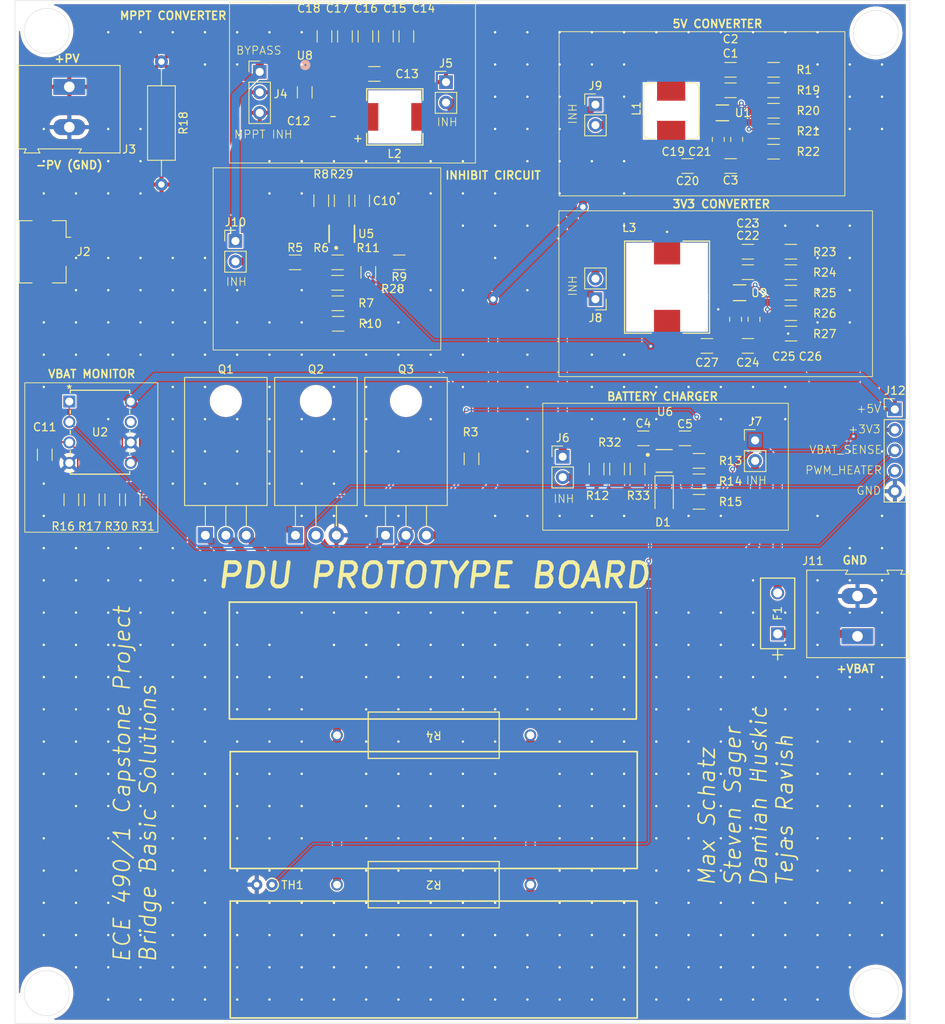
<source format=kicad_pcb>
(kicad_pcb (version 20240108) (generator "pcbnew") (generator_version "8.0")
  (title_block (title "PDU Prototype Board") (date "2025-01-20") (comment 1 "Max Schatz") (comment 2 "Steven Sager") (comment 3 "Tejas Ravish") (comment 4 "Damien Huskic"))
  (layers (0 "F.Cu" signal) (31 "B.Cu" signal) (34 "B.Paste" user) (35 "F.Paste" user) (36 "B.SilkS" user "B.Silkscreen") (37 "F.SilkS" user "F.Silkscreen") (38 "B.Mask" user) (39 "F.Mask" user) (44 "Edge.Cuts" user))
  (net 0 "")
  (net 1 "GND")
  (net 2 "/Converters/VIN")
  (net 3 "Net-(U1-FB)")
  (net 4 "+5V")
  (net 5 "Net-(U8-VCC)")
  (net 6 "Net-(U8-OUT)")
  (net 7 "Net-(U8-VBST)")
  (net 8 "Net-(D1-A)")
  (net 9 "+3.3V")
  (net 10 "/2S2P Battery Pack/VBATT+")
  (net 11 "/NiMH Charger/OUT")
  (net 12 "Net-(Q1-S)")
  (net 13 "Net-(Q1-G)")
  (net 14 "/PWM_HEATER")
  (net 15 "Net-(Q2-D)")
  (net 16 "/MPPT/MPPT_OUT")
  (net 17 "Net-(U5-EN_UVLO)")
  (net 18 "Net-(R28-Pad1)")
  (net 19 "Net-(U5-OVLO)")
  (net 20 "Net-(R29-Pad1)")
  (net 21 "Net-(U5-IMON)")
  (net 22 "Net-(U5-PGTH)")
  (net 23 "Net-(U5-PG)")
  (net 25 "Net-(U1-PG)")
  (net 26 "Net-(U9-PG)")
  (net 27 "Net-(U9-FB)")
  (net 28 "Net-(U1-EN)")
  (net 29 "Net-(U1-SW)")
  (net 31 "Net-(U5-dVdt)")
  (net 32 "Net-(D1-K)")
  (net 33 "Net-(U6-TS)")
  (net 34 "Net-(U6-VSET)")
  (net 35 "Net-(U6-ISET)")
  (net 36 "Net-(U6-TMR)")
  (net 37 "/VBAT_SENSE")
  (net 38 "/MPPT/PV+")
  (net 39 "Net-(U9-SW)")
  (net 40 "Net-(U9-EN)")
  (net 43 "Net-(J3-Pin_1)")
  (net 44 "Net-(R12-Pad1)")
  (net 45 "Net-(R17-Pad2)")
  (net 46 "Net-(R30-Pad2)")
  (net 47 "Net-(R32-Pad1)")
  (net 48 "/VBAT_Monitor/VINA+")
  (net 50 "Net-(J5-Pin_1)")
  (net 51 "Net-(J9-Pin_2)")
  (net 52 "/NiMH Charger/IN")
  (net 53 "Net-(J8-Pin_2)")
  (net 54 "Net-(J7-Pin_2)")
  (net 55 "/Ideal Diode/IN")
  (net 56 "Net-(J4-Pin_2)")
  (footprint "Resistor_SMD:R_1206_3216Metric_Pad1.30x1.75mm_HandSolder" (layer "F.Cu") (at 144.505383 61.515001 180)
    (property "Reference" "R9")
    (property "Value" "47k")
  )
  (footprint "Connector_PinHeader_2.54mm:PinHeader_1x02_P2.54mm_Vertical" (layer "F.Cu") (at 188.659381 83.598)
    (property "Reference" "J7")
    (property "Value" "Conn_01x02_Socket")
  )
  (footprint "Connector_PinHeader_2.54mm:PinHeader_1x02_P2.54mm_Vertical" (layer "F.Cu") (at 150.305381 39.153)
    (property "Reference" "J5")
    (property "Value" "Conn_01x02_Socket")
  )
  (footprint "Capacitor_SMD:C_1206_3216Metric_Pad1.33x1.80mm_HandSolder" (layer "F.Cu") (at 139.907383 53.869001 90)
    (property "Reference" "C10")
    (property "Value" "3300p")
  )
  (footprint "Resistor_SMD:R_1206_3216Metric_Pad1.30x1.75mm_HandSolder" (layer "F.Cu") (at 174.069381 87.159 -90)
    (property "Reference" "R33")
    (property "Value" "270")
  )
  (footprint "Capstone:res2_1-1625892-1_TEC" (layer "F.Cu") (at 160.781382 138.721 180)
    (property "Reference" "R2")
    (property "Value" "15")
  )
  (footprint "Resistor_SMD:R_1206_3216Metric_Pad1.30x1.75mm_HandSolder" (layer "F.Cu") (at 190.945381 42.709)
    (property "Reference" "R20")
    (property "Value" "10k")
  )
  (footprint "Capacitor_SMD:C_1206_3216Metric_Pad1.33x1.80mm_HandSolder" (layer "F.Cu") (at 137.769263 33.483992 90)
    (property "Reference" "C17")
    (property "Value" "10u")
  )
  (footprint "Package_TO_SOT_THT:TO-220-3_Horizontal_TabDown" (layer "F.Cu") (at 120.449381 95.373)
    (property "Reference" "Q1")
    (property "Value" "PMOS")
  )
  (footprint "Inductor_SMD:L_Bourns_SRP7028A_7.3x6.6mm" (layer "F.Cu") (at 178.245381 42.709 -90)
    (property "Reference" "L1")
    (property "Value" "4.7u")
  )
  (footprint "Resistor_SMD:R_1206_3216Metric_Pad1.30x1.75mm_HandSolder" (layer "F.Cu") (at 193.093381 67.8169)
    (property "Reference" "R26")
    (property "Value" "45.3k")
  )
  (footprint "Capstone:FUS_LITTELFUSE_392_LTF" (layer "F.Cu") (at 191.453381 107.606 90)
    (property "Reference" "F1")
    (property "Value" "39212000000")
  )
  (footprint "Capacitor_SMD:C_1206_3216Metric_Pad1.33x1.80mm_HandSolder" (layer "F.Cu") (at 135.229263 33.483992 90)
    (property "Reference" "C18")
    (property "Value" "10u")
  )
  (footprint "Capacitor_SMD:C_1206_3216Metric_Pad1.33x1.80mm_HandSolder" (layer "F.Cu") (at 174.792881 83.349)
    (property "Reference" "C4")
    (property "Value" "1u")
  )
  (footprint "Capstone:res2_1-1625892-1_TEC" (layer "F.Cu") (at 160.78138 120.179 180)
    (property "Reference" "R4")
    (property "Value" "15")
  )
  (footprint "Capacitor_SMD:C_0805_2012Metric_Pad1.18x1.45mm_HandSolder" (layer "F.Cu") (at 186.373381 46.265 90)
    (property "Reference" "C21")
    (property "Value" "22u")
  )
  (footprint "Resistor_SMD:R_1206_3216Metric_Pad1.30x1.75mm_HandSolder" (layer "F.Cu") (at 190.971381 45.249)
    (property "Reference" "R21")
    (property "Value" "220k")
  )
  (footprint "Capacitor_SMD:C_1206_3216Metric_Pad1.33x1.80mm_HandSolder" (layer "F.Cu") (at 100.521381 85.381 -90)
    (property "Reference" "C11")
    (property "Value" "100p")
  )
  (footprint "Resistor_SMD:R_1206_3216Metric_Pad1.30x1.75mm_HandSolder" (layer "F.Cu") (at 181.689381 88.683)
    (property "Reference" "R14")
    (property "Value" "6.2k")
  )
  (footprint "Connector_PinHeader_2.54mm:PinHeader_1x02_P2.54mm_Vertical" (layer "F.Cu") (at 168.847381 41.947)
    (property "Reference" "J9")
    (property "Value" "Conn_01x02_Socket")
  )
  (footprint "Resistor_SMD:R_1206_3216Metric_Pad1.30x1.75mm_HandSolder" (layer "F.Cu") (at 171.529381 87.159 90)
    (property "Reference" "R32")
    (property "Value" "100")
  )
  (footprint "Capstone:RPW0010A-MFG" (layer "F.Cu") (at 137.379385 57.971003 90)
    (property "Reference" "U5")
    (property "Value" "LM73100RPWR")
  )
  (footprint "Capacitor_SMD:C_1206_3216Metric_Pad1.33x1.80mm_HandSolder" (layer "F.Cu") (at 187.759381 71.8809)
    (property "Reference" "C24")
    (property "Value" "10p")
  )
  (footprint "Resistor_SMD:R_1206_3216Metric_Pad1.30x1.75mm_HandSolder" (layer "F.Cu") (at 108.903381 90.969 90)
    (property "Reference" "R30")
    (property "Value" "2M")
  )
  (footprint "Resistor_SMD:R_1206_3216Metric_Pad1.30x1.75mm_HandSolder" (layer "F.Cu") (at 136.846883 64.055001 180)
    (property "Reference" "R28")
    (property "Value" "1k")
  )
  (footprint "Capacitor_SMD:C_1206_3216Metric_Pad1.33x1.80mm_HandSolder" (layer "F.Cu") (at 179.949881 83.349 180)
    (property "Reference" "C5")
    (property "Value" "1u")
  )
  (footprint "Package_TO_SOT_THT:TO-220-3_Horizontal_TabDown" (layer "F.Cu") (at 131.625381 95.373)
    (property "Reference" "Q2")
    (property "Value" "NMOS")
  )
  (footprint "Capstone:PDIP8_300MC_MCH" (layer "F.Cu") (at 103.569381 78.777)
    (property "Reference" "U2")
    (property "Value" "MCP6002-I/P")
  )
  (footprint "Resistor_SMD:R_1206_3216Metric_Pad1.30x1.75mm_HandSolder" (layer "F.Cu") (at 134.827383 53.869001 90)
    (property "Reference" "R8")
    (property "Value" "510")
  )
  (footprint "Capstone:TPS564242DRLR_TEX" (layer "F.Cu") (at 184.595381 42.970874)
    (property "Reference" "U1")
    (property "Value" "TPS564257DRLR")
  )
  (footprint "Capacitor_SMD:C_1206_3216Metric_Pad1.33x1.80mm_HandSolder" (layer "F.Cu") (at 132.779381 40.423 -90)
    (property "Reference" "C12")
    (property "Value" "1u")
  )
  (footprint "Resistor_SMD:R_1206_3216Metric_Pad1.30x1.75mm_HandSolder" (layer "F.Cu") (at 190.945381 47.789 180)
    (property "Reference" "R22")
    (property "Value" "30k")
  )
  (footprint "Capacitor_SMD:C_1206_3216Metric_Pad1.33x1.80mm_HandSolder" (layer "F.Cu") (at 145.389263 33.483992 90)
    (property "Reference" "C14")
    (property "Value" "10u")
  )
  (footprint "TerminalBlock:TerminalBlock_Altech_AK300-2_P5.00mm" (layer "F.Cu") (at 103.569381 39.741 -90)
    (property "Reference" "J3")
    (property "Value" "Screw_Terminal_01x02")
  )
  (footprint "Resistor_SMD:R_1206_3216Metric_Pad1.30x1.75mm_HandSolder" (layer "F.Cu") (at 153.469381 85.889 -90)
    (property "Reference" "R3")
    (property "Value" "10k")
  )
  (footprint "Resistor_THT:R_Axial_DIN0204_L3.6mm_D1.6mm_P1.90mm_Vertical" (layer "F.Cu") (at 128.715381 138.721 180)
    (property "Reference" "TH1")
    (property "Value" "10k")
  )
  (footprint "Resistor_SMD:R_1206_3216Metric_Pad1.30x1.75mm_HandSolder" (layer "F.Cu") (at 103.823381 90.969 90)
    (property "Reference" "R16")
    (property "Value" "1M")
  )
  (footprint "Resistor_SMD:R_1206_3216Metric_Pad1.30x1.75mm_HandSolder" (layer "F.Cu") (at 193.119381 70.3569)
    (property "Reference" "R27")
    (property "Value" "10k")
  )
  (footprint "Resistor_SMD:R_1206_3216Metric_Pad1.30x1.75mm_HandSolder" (layer "F.Cu") (at 181.689381 86.143)
    (property "Reference" "R13")
    (property "Value" "4.7k")
  )
  (footprint "Capstone:DSG0008A-IPC_A" (layer "F.Cu") (at 177.371381 86.143)
    (property "Reference" "U6")
    (property "Value" "BQ25172DSGR")
  )
  (footprint "Capacitor_SMD:C_1206_3216Metric_Pad1.33x1.80mm_HandSolder" (layer "F.Cu") (at 187.759381 62.7369)
    (property "Reference" "C22")
    (property "Value" "10u")
  )
  (footprint "Capacitor_SMD:C_0805_2012Metric_Pad1.18x1.45mm_HandSolder" (layer "F.Cu") (at 184.087381 46.265 90)
    (property "Reference" "C19")
    (property "Value" "22u")
  )
  (footprint "Connector_PinHeader_2.54mm:PinHeader_1x02_P2.54mm_Vertical" (layer "F.Cu") (at 168.847381 66.082 180)
    (property "Reference" "J8")
    (property "Value" "Conn_01x02_Socket")
  )
  (footprint "Resistor_SMD:R_1206_3216Metric_Pad1.30x1.75mm_HandSolder" (layer "F.Cu") (at 190.945381 40.169)
    (property "Reference" "R19")
    (property "Value" "30k")
  )
  (footprint "Resistor_SMD:R_1206_3216Metric_Pad1.30x1.75mm_HandSolder" (layer "F.Cu") (at 185.611381 49.567)
    (property "Reference" "C3")
    (property "Value" "10p")
  )
  (footprint "Resistor_SMD:R_1206_3216Metric_Pad1.30x1.75mm_HandSolder" (layer "F.Cu") (at 106.363381 90.969 -90)
    (property "Reference" "R17")
    (property "Value" "2M")
  )
  (footprint "Resistor_SMD:R_1206_3216Metric_Pad1.30x1.75mm_HandSolder" (layer "F.Cu") (at 190.945381 37.629)
    (property "Reference" "R1")
    (property "Value" "137k")
  )
  (footprint "Connector_USB:USB_Micro-B_Amphenol_10104110_Horizontal" (layer "F.Cu") (at 101.511381 60.205 -90)
    (property "Reference" "J2")
    (property "Value" "USB_B_Micro")
  )
  (footprint "Connector_PinHeader_2.54mm:PinHeader_1x05_P2.54mm_Vertical" (layer "F.Cu") (at 205.994 79.756)
    (property "Reference" "J12")
    (property "Value" "Conn_01x05_Pin")
  )
  (footprint "Resistor_SMD:R_1206_3216Metric_Pad1.30x1.75mm_HandSolder" (layer "F.Cu") (at 140.669383 62.759001 90)
    (property "Reference" "R11")
    (property "Value" "47k")
  )
  (footprint "Capacitor_SMD:C_0805_2012Metric_Pad1.18x1.45mm_HandSolder" (layer "F.Cu") (at 188.521381 68.5789 90)
    (property "Reference" "C26")
    (property "Value" "22u")
  )
  (footprint "Resistor_SMD:R_1206_3216Metric_Pad1.30x1.75mm_HandSolder" (layer "F.Cu") (at 193.093381 60.1969)
    (property "Reference" "R23")
    (property "Value" "88.7k")
  )
  (footprint "Diode_SMD:D_1206_3216Metric_Pad1.42x1.75mm_HandSolder" (layer "F.Cu") (at 177.371381 90.461 -90)
    (property "Reference" "D1")
    (property "Value" "LED")
  )
  (footprint "Capacitor_SMD:C_0805_2012Metric_Pad1.18x1.45mm_HandSolder" (layer "F.Cu") (at 186.235381 68.5789 90)
    (property "Reference" "C25")
    (property "Value" "22u")
  )
  (footprint "Resistor_SMD:R_1206_3216Metric_Pad1.30x1.75mm_HandSolder" (layer "F.Cu") (at 193.093381 62.7369 180)
    (property "Reference" "R24")
    (property "Value" "30k")
  )
  (footprint "Connector_PinHeader_2.54mm:PinHeader_1x02_P2.54mm_Vertical" (layer "F.Cu") (at 164.783381 85.63)
    (property "Reference" "J6")
    (property "Value" "Conn_01x02_Socket")
  )
  (footprint "Resistor_SMD:R_1206_3216Metric_Pad1.30x1.75mm_HandSolder" (layer "F.Cu") (at 193.093381 65.2769)
    (property "Reference" "R25")
    (property "Value" "10k")
  )
  (footprint "TerminalBlock:TerminalBlock_Altech_AK300-2_P5.00mm" (layer "F.Cu") (at 201.359381 107.907 90)
    (property "Reference" "J11")
    (property "Value" "Screw_Terminal_01x02")
  )
  (footprint "Capstone:IND_RR68M8A_VIS" (layer "F.Cu") (at 143.955381 43.471)
    (property "Reference" "L2")
    (property "Value" "0.68uH")
  )
  (footprint "Resistor_SMD:R_1206_3216Metric_Pad1.30x1.75mm_HandSolder" (layer "F.Cu") (at 182.679381 71.8809 180)
    (property "Reference" "C27")
    (property "Value" "100n")
  )
  (footprint "Resistor_SMD:R_1206_3216Metric_Pad1.30x1.75mm_HandSolder" (layer "F.Cu") (at 111.443381 90.969 -90)
    (property "Reference" "R31")
    (property "Value" "33k")
  )
  (footprint "Resistor_THT:R_Axial_DIN0309_L9.0mm_D3.2mm_P15.24mm_Horizontal" (layer "F.Cu") (at 114.999381 36.613 -90)
    (property "Reference" "R18")
    (property "Value" "R")
  )
  (footprint "Capstone:21-100119_MXM" (layer "F.Cu") (at 137.605381 39.153)
    (property "Reference" "U8")
    (property "Value" "MAX20801TPBA+")
  )
  (footprint "Resistor_SMD:R_1206_3216Metric_Pad1.30x1.75mm_HandSolder" (layer "F.Cu") (at 181.689381 91.223)
    (property "Reference" "R15")
    (property "Value" "10k")
  )
  (footprint "Capacitor_SMD:C_1206_3216Metric_Pad1.33x1.80mm_HandSolder" (layer "F.Cu") (at 185.611381 40.169)
    (property "Reference" "C1")
    (property "Value" "10u")
  )
  (footprint "Capacitor_SMD:C_1206_3216Metric_Pad1.33x1.80mm_HandSolder" (layer "F.Cu") (at 185.611381 37.629)
    (property "Reference" "C2")
    (property "Value" "100n")
  )
  (footprint "Resistor_SMD:R_1206_3216Metric_Pad1.30x1.75mm_HandSolder" (layer "F.Cu") (at 137.367383 53.869001 -90)
    (property "Reference" "R29")
    (property "Value" "39")
  )
  (footprint "Resistor_SMD:R_1206_3216Metric_Pad1.30x1.75mm_HandSolder" (layer "F.Cu") (at 131.589883 61.515001)
    (property "Reference" "R5")
    (property "Value" "470k")
  )
  (footprint "Capacitor_SMD:C_1206_3216Metric_Pad1.33x1.80mm_HandSolder" (layer "F.Cu") (at 140.309263 33.483992 90)
    (property "Reference" "C16")
    (property "Value" "10u")
  )
  (footprint "Capstone:TPS564242DRLR_TEX" (layer "F.Cu") (at 186.730681 65.284774)
    (property "Reference" "U9")
    (property "Value" "TPS564257DRLR")
  )
  (footprint "Capacitor_SMD:C_1206_3216Metric_Pad1.33x1.80mm_HandSolder" (layer "F.Cu") (at 136.859383 61.515001)
    (property "Reference" "R6")
    (property "Value" "10k")
  )
  (footprint "Connector_PinHeader_2.54mm:PinHeader_1x03_P2.54mm_Vertical" (layer "F.Cu") (at 127.191381 37.883)
    (property "Reference" "J4")
    (property "Value" "Conn_01x03_Socket")
  )
  (footprint "Capacitor_SMD:C_1206_3216Metric_Pad1.33x1.80mm_HandSolder" (layer "F.Cu") (at 187.759381 60.1969)
    (property "Reference" "C23")
    (property "Value" "100n")
  )
  (footprint "Resistor_SMD:R_1206_3216Metric_Pad1.30x1.75mm_HandSolder" (layer "F.Cu") (at 136.871883 66.595001 180)
    (property "Reference" "R7")
    (property "Value" "47k")
  )
  (footprint "Resistor_SMD:R_1206_3216Metric_Pad1.30x1.75mm_HandSolder" (layer "F.Cu") (at 136.923883 69.135001 180)
    (property "Reference" "R10")
    (property "Value" "5.6k")
  )
  (footprint "Capacitor_SMD:C_1206_3216Metric_Pad1.33x1.80mm_HandSolder" (layer "F.Cu") (at 180.277381 49.567 180)
    (property "Reference" "C20")
    (property "Value" "100n")
  )
  (footprint "Capstone:IND_IHLP-4040DZ_VIS" (layer "F.Cu") (at 177.737381 64.5911 -90)
    (property "Reference" "L3")
    (property "Value" "3.3u")
  )
  (footprint "Resistor_SMD:R_1206_3216Metric_Pad1.30x1.75mm_HandSolder" (layer "F.Cu") (at 168.989381 87.159 -90)
    (property "Reference" "R12")
    (property "Value" "5.6")
  )
  (footprint "Capacitor_SMD:C_1206_3216Metric_Pad1.33x1.80mm_HandSolder" (layer "F.Cu") (at 141.415381 38.137)
    (property "Reference" "C13")
    (property "Value" "0.22u")
  )
  (footprint "Capacitor_SMD:C_1206_3216Metric_Pad1.33x1.80mm_HandSolder" (layer "F.Cu") (at 142.849263 33.483992 90)
    (property "Reference" "C15")
    (property "Value" "10u")
  )
  (footprint "Package_TO_SOT_THT:TO-220-3_Horizontal_TabDown" (layer "F.Cu") (at 142.801381 95.373)
    (property "Reference" "Q3")
    (property "Value" "PMOS")
  )
  (footprint "Connector_PinHeader_2.54mm:PinHeader_1x02_P2.54mm_Vertical" (layer "F.Cu") (at 124.185383 58.866001)
    (property "Reference" "J10")
    (property "Value" "Conn_01x02_Socket")
  )
  (gr_rect (start 162.31269 78.994) (end 192.779309 94.742) (stroke (width 0.1)) (fill none) (layer "F.SilkS"))
  (gr_rect (start 123.427381 103.669) (end 173.927381 118.169) (stroke (width 0.2)) (fill none) (layer "F.SilkS"))
  (gr_rect (start 123.444 29.234519) (end 153.962284 49.192999) (stroke (width 0.1)) (fill none) (layer "F.SilkS"))
  (gr_rect (start 123.531381 140.753) (end 174.031381 155.253) (stroke (width 0.2)) (fill none) (layer "F.SilkS"))
  (gr_rect (start 121.412 49.784) (end 149.661553 72.39) (stroke (width 0.1)) (fill none) (layer "F.SilkS"))
  (gr_rect (start 123.531381 122.211) (end 174.031381 136.711) (stroke (width 0.2)) (fill none) (layer "F.SilkS"))
  (gr_rect (start 98.044 76.454) (end 114.553999 94.996) (stroke (width 0.1)) (fill none) (layer "F.SilkS"))
  (gr_rect (start 164.31969 55.118) (end 203.218309 75.691998) (stroke (width 0.1)) (fill none) (layer "F.SilkS"))
  (gr_rect (start 164.338 32.893) (end 199.796619 53.266) (stroke (width 0.1)) (fill none) (layer "F.SilkS"))
  (gr_rect (start 96.827381 28.993) (end 207.847381 155.971) (stroke (width 0.05)) (fill none) (layer "Edge.Cuts"))
  (gr_circle (center 203.645381 33.057) (end 206.445381 33.057) (stroke (width 0.05)) (fill none) (layer "Edge.Cuts"))
  (gr_circle (center 100.775381 152.177) (end 103.575381 152.177) (stroke (width 0.05)) (fill none) (layer "Edge.Cuts"))
  (gr_circle (center 100.775381 32.797) (end 103.575381 32.797) (stroke (width 0.05)) (fill none) (layer "Edge.Cuts"))
  (gr_circle (center 203.639381 151.929) (end 206.439381 151.929) (stroke (width 0.05)) (fill none) (layer "Edge.Cuts"))
  (gr_text "INH" (at 163.576 91.44 0) (layer "F.SilkS") (effects (font (size 1 1) (thickness 0.1)) (justify left bottom)))
  (gr_text "VBAT MONITOR" (at 100.838 75.946 0) (layer "F.SilkS") (effects (font (size 1 1) (thickness 0.2) (bold yes)) (justify left bottom)))
  (gr_text "MPPT CONVERTER" (at 109.728 31.496 0) (layer "F.SilkS") (effects (font (size 1 1) (thickness 0.2) (bold yes)) (justify left bottom)))
  (gr_text "MPPT INH" (at 123.952 46.228 0) (layer "F.SilkS") (effects (font (size 1 1) (thickness 0.1)) (justify left bottom)))
  (gr_text "+5V" (at 201.168 80.264 0) (layer "F.SilkS") (effects (font (size 1 1) (thickness 0.1)) (justify left bottom)))
  (gr_text "GND" (at 199.39 99.06 0) (layer "F.SilkS") (effects (font (size 1 1) (thickness 0.2) (bold yes)) (justify left bottom)))
  (gr_text "+3V3" (at 200.152 82.804 0) (layer "F.SilkS") (effects (font (size 1 1) (thickness 0.1)) (justify left bottom)))
  (gr_text "PDU PROTOTYPE BOARD" (at 121.666 102.108 0) (layer "F.SilkS") (effects (font (size 3 3) (thickness 0.5) (bold yes) (italic yes)) (justify left bottom)))
  (gr_text "INH" (at 166.624 44.45 90) (layer "F.SilkS") (effects (font (size 1 1) (thickness 0.1)) (justify left bottom)))
  (gr_text "BATTERY CHARGER" (at 170.18 78.74 0) (layer "F.SilkS") (effects (font (size 1 1) (thickness 0.2) (bold yes)) (justify left bottom)))
  (gr_text "INH" (at 187.452 89.154 0) (layer "F.SilkS") (effects (font (size 1 1) (thickness 0.1)) (justify left bottom)))
  (gr_text "BYPASS" (at 124.206 35.814 0) (layer "F.SilkS") (effects (font (size 1 1) (thickness 0.1)) (justify left bottom)))
  (gr_text "GND" (at 201.168 90.424 0) (layer "F.SilkS") (effects (font (size 1 1) (thickness 0.1)) (justify left bottom)))
  (gr_text "PWM_HEATER" (at 194.818 87.884 0) (layer "F.SilkS") (effects (font (size 1 1) (thickness 0.1)) (justify left bottom)))
  (gr_text "VBAT_SENSE" (at 195.326 85.344 0) (layer "F.SilkS") (effects (font (size 1 1) (thickness 0.1)) (justify left bottom)))
  (gr_text "3V3 CONVERTER" (at 178.308 54.864 0) (layer "F.SilkS") (effects (font (size 1 1) (thickness 0.2) (bold yes)) (justify left bottom)))
  (gr_text "INH" (at 149.098 44.704 0) (layer "F.SilkS") (effects (font (size 1 1) (thickness 0.1)) (justify left bottom)))
  (gr_text "5V CONVERTER" (at 178.308 32.512 0) (layer "F.SilkS") (effects (font (size 1 1) (thickness 0.2) (bold yes)) (justify left bottom)))
  (gr_text "ECE 490/1 Capstone Project\nBridge Basic Solutions" (at 114.5 148.5 90) (layer "F.SilkS") (effects (font (size 2 2) (thickness 0.2) (italic yes)) (justify left bottom)))
  (gr_text "+PV" (at 101.6 36.83 0) (layer "F.SilkS") (effects (font (size 1 1) (thickness 0.2) (bold yes)) (justify left bottom)))
  (gr_text "INH" (at 166.624 65.786 90) (layer "F.SilkS") (effects (font (size 1 1) (thickness 0.1)) (justify left bottom)))
  (gr_text "INH" (at 122.936 64.516 0) (layer "F.SilkS") (effects (font (size 1 1) (thickness 0.1)) (justify left bottom)))
  (gr_text "-PV (GND)" (at 99.314 50.038 0) (layer "F.SilkS") (effects (font (size 1 1) (thickness 0.2) (bold yes)) (justify left bottom)))
  (gr_text "Max Schatz\nSteven Sager\nDamian Huskic\nTejas Ravish" (at 193.5 139 90) (layer "F.SilkS") (effects (font (size 2 2) (thickness 0.2) (italic yes)) (justify left bottom)))
  (gr_text "INHIBIT CIRCUIT" (at 150.114 51.308 0) (layer "F.SilkS") (effects (font (size 1 1) (thickness 0.2) (bold yes)) (justify left bottom)))
  (gr_text "+VBAT" (at 198.628 112.522 0) (layer "F.SilkS") (effects (font (size 1 1) (thickness 0.2) (bold yes)) (justify left bottom)))
  (segment (start 137.604386 55.656004) (end 137.367383 55.419001) (width 0.2) (layer "F.Cu") (net 1))
  (segment (start 177.371381 84.365) (end 178.387381 83.349) (width 0.2) (layer "F.Cu") (net 1))
  (segment (start 192.761481 70.3569) (end 191.569381 70.3569) (width 0.2) (layer "F.Cu") (net 1))
  (segment (start 177.371381 86.143) (end 177.371381 84.365) (width 0.2) (layer "F.Cu") (net 1))
  (segment (start 177.371381 84.365) (end 176.355381 83.349) (width 0.2) (layer "F.Cu") (net 1))
  (segment (start 137.604386 57.071002) (end 137.604386 55.656004) (width 0.2) (layer "F.Cu") (net 1))
  (via (at 176.404 120.968) (size 0.6) (drill 0.3) (layers "F.Cu" "B.Cu") (net 1))
  (via (at 120.404 148.968) (size 0.6) (drill 0.3) (layers "F.Cu" "B.Cu") (net 1))
  (via (at 192.404 56.968) (size 0.6) (drill 0.3) (layers "F.Cu" "B.Cu") (net 1))
  (via (at 124.404 152.968) (size 0.6) (drill 0.3) (layers "F.Cu" "B.Cu") (net 1))
  (via (at 200.404 104.968) (size 0.6) (drill 0.3) (layers "F.Cu" "B.Cu") (net 1))
  (via (at 100.404 76.968) (size 0.6) (drill 0.3) (layers "F.Cu" "B.Cu") (net 1))
  (via (at 128.404 68.968) (size 0.6) (drill 0.3) (layers "F.Cu" "B.Cu") (net 1))
  (via (at 128.404 72.968) (size 0.6) (drill 0.3) (layers "F.Cu" "B.Cu") (net 1))
  (via (at 192.761481 70.3569) (size 0.6) (drill 0.3) (layers "F.Cu" "B.Cu") (net 1))
  (via (at 168.404 152.968) (size 0.6) (drill 0.3) (layers "F.Cu" "B.Cu") (net 1))
  (via (at 104.404 108.968) (size 0.6) (drill 0.3) (layers "F.Cu" "B.Cu") (net 1))
  (via (at 148.404 108.968) (size 0.6) (drill 0.3) (layers "F.Cu" "B.Cu") (net 1))
  (via (at 132.404 128.968) (size 0.6) (drill 0.3) (layers "F.Cu" "B.Cu") (net 1))
  (via (at 120.404 36.968) (size 0.6) (drill 0.3) (layers "F.Cu" "B.Cu") (net 1))
  (via (at 204.404 136.968) (size 0.6) (drill 0.3) (layers "F.Cu" "B.Cu") (net 1))
  (via (at 200.404 112.968) (size 0.6) (drill 0.3) (layers "F.Cu" "B.Cu") (net 1))
  (via (at 132.404 104.968) (size 0.6) (drill 0.3) (layers "F.Cu" "B.Cu") (net 1))
  (via (at 112.404 48.968) (size 0.6) (drill 0.3) (layers "F.Cu" "B.Cu") (net 1))
  (via (at 136.404 48.968) (size 0.6) (drill 0.3) (layers "F.Cu" "B.Cu") (net 1))
  (via (at 108.404 116.968) (size 0.6) (drill 0.3) (layers "F.Cu" "B.Cu") (net 1))
  (via (at 172.404 48.968) (size 0.6) (drill 0.3) (layers "F.Cu" "B.Cu") (net 1))
  (via (at 112.404 52.968) (size 0.6) (drill 0.3) (layers "F.Cu" "B.Cu") (net 1))
  (via (at 168.404 104.968) (size 0.6) (drill 0.3) (layers "F.Cu" "B.Cu") (net 1))
  (via (at 168.404 136.968) (size 0.6) (drill 0.3) (layers "F.Cu" "B.Cu") (net 1))
  (via (at 100.404 108.968) (size 0.6) (drill 0.3) (layers "F.Cu" "B.Cu") (net 1))
  (via (at 196.404 104.968) (size 0.6) (drill 0.3) (layers "F.Cu" "B.Cu") (net 1))
  (via (at 200.404 148.968) (size 0.6) (drill 0.3) (layers "F.Cu" "B.Cu") (net 1))
  (via (at 148.404 128.968) (size 0.6) (drill 0.3) (layers "F.Cu" "B.Cu") (net 1))
  (via (at 116.404 136.968) (size 0.6) (drill 0.3) (layers "F.Cu" "B.Cu") (net 1))
  (via (at 172.404 132.968) (size 0.6) (drill 0.3) (layers "F.Cu" "B.Cu") (net 1))
  (via (at 172.404 72.968) (size 0.6) (drill 0.3) (layers "F.Cu" "B.Cu") (net 1))
  (via (at 100.404 68.968) (size 0.6) (drill 0.3) (layers "F.Cu" "B.Cu") (net 1))
  (via (at 128.404 48.968) (size 0.6) (drill 0.3) (layers "F.Cu" "B.Cu") (net 1))
  (via (at 104.404 72.968) (size 0.6) (drill 0.3) (layers "F.Cu" "B.Cu") (net 1))
  (via (at 180.404 132.968) (size 0.6) (drill 0.3) (layers "F.Cu" "B.Cu") (net 1))
  (via (at 108.404 112.968) (size 0.6) (drill 0.3) (layers "F.Cu" "B.Cu") (net 1))
  (via (at 108.404 132.968) (size 0.6) (drill 0.3) (layers "F.Cu" "B.Cu") (net 1))
  (via (at 160.404 40.968) (size 0.6) (drill 0.3) (layers "F.Cu" "B.Cu") (net 1))
  (via (at 132.404 132.968) (size 0.6) (drill 0.3) (layers "F.Cu" "B.Cu") (net 1))
  (via (at 116.404 76.968) (size 0.6) (drill 0.3) (layers "F.Cu" "B.Cu") (net 1))
  (via (at 152.404 52.968) (size 0.6) (drill 0.3) (layers "F.Cu" "B.Cu") (net 1))
  (via (at 180.404 124.968) (size 0.6) (drill 0.3) (layers "F.Cu" "B.Cu") (net 1))
  (via (at 140.404 144.968) (size 0.6) (drill 0.3) (layers "F.Cu" "B.Cu") (net 1))
  (via (at 164.404 120.968) (size 0.6) (drill 0.3) (layers "F.Cu" "B.Cu") (net 1))
  (via (at 204.404 124.968) (size 0.6) (drill 0.3) (layers "F.Cu" "B.Cu") (net 1))
  (via (at 204.404 36.968) (size 0.6) (drill 0.3) (layers "F.Cu" "B.Cu") (net 1))
  (via (at 124.404 80.968) (size 0.6) (drill 0.3) (layers "F.Cu" "B.Cu") (net 1))
  (via (at 112.404 120.968) (size 0.6) (drill 0.3) (layers "F.Cu" "B.Cu") (net 1))
  (via (at 204.404 128.968) (size 0.6) (drill 0.3) (layers "F.Cu" "B.Cu") (net 1))
  (via (at 164.404 116.968) (size 0.6) (drill 0.3) (layers "F.Cu" "B.Cu") (net 1))
  (via (at 192.404 140.968) (size 0.6) (drill 0.3) (layers "F.Cu" "B.Cu") (net 1))
  (via (at 112.404 64.968) (size 0.6) (drill 0.3) (layers "F.Cu" "B.Cu") (net 1))
  (via (at 196.404 132.968) (size 0.6) (drill 0.3) (layers "F.Cu" "B.Cu") (net 1))
  (via (at 184.087381 67.347) (size 0.6) (drill 0.3) (layers "F.Cu" "B.Cu") (net 1))
  (via (at 204.404 140.968) (size 0.6) (drill 0.3) (layers "F.Cu" "B.Cu") (net 1))
  (via (at 144.404 48.968) (size 0.6) (drill 0.3) (layers "F.Cu" "B.Cu") (net 1))
  (via (at 144.404 140.968) (size 0.6) (drill 0.3) (layers "F.Cu" "B.Cu") (net 1))
  (via (at 192.404 80.968) (size 0.6) (drill 0.3) (layers "F.Cu" "B.Cu") (net 1))
  (via (at 204.404 100.968) (size 0.6) (drill 0.3) (layers "F.Cu" "B.Cu") (net 1))
  (via (at 188.404 124.968) (size 0.6) (drill 0.3) (layers "F.Cu" "B.Cu") (net 1))
  (via (at 164.404 104.968) (size 0.6) (drill 0.3) (layers "F.Cu" "B.Cu") (net 1))
  (via (at 156.404 104.968) (size 0.6) (drill 0.3) (layers "F.Cu" "B.Cu") (net 1))
  (via (at 184.404 80.968) (size 0.6) (drill 0.3) (layers "F.Cu" "B.Cu") (net 1))
  (via (at 164.404 132.968) (size 0.6) (drill 0.3) (layers "F.Cu" "B.Cu") (net 1))
  (via (at 124.404 32.968) (size 0.6) (drill 0.3) (layers "F.Cu" "B.Cu") (net 1))
  (via (at 104.404 48.968) (size 0.6) (drill 0.3) (layers "F.Cu" "B.Cu") (net 1))
  (via (at 132.404 64.968) (size 0.6) (drill 0.3) (layers "F.Cu" "B.Cu") (net 1))
  (via (at 200.404 140.968) (size 0.6) (drill 0.3) (layers "F.Cu" "B.Cu") (net 1))
  (via (at 172.404 124.968) (size 0.6) (drill 0.3) (layers "F.Cu" "B.Cu") (net 1))
  (via (at 188.404 148.968) (size 0.6) (drill 0.3) (layers "F.Cu" "B.Cu") (net 1))
  (via (at 156.404 140.968) (size 0.6) (drill 0.3) (layers "F.Cu" "B.Cu") (net 1))
  (via (at 124.404 148.968) (size 0.6) (drill 0.3) (layers "F.Cu" "B.Cu") (net 1))
  (via (at 152.404 132.968) (size 0.6) (drill 0.3) (layers "F.Cu" "B.Cu") (net 1))
  (via (at 104.404 64.968) (size 0.6) (drill 0.3) (layers "F.Cu" "B.Cu") (net 1))
  (via (at 108.404 104.968) (size 0.6) (drill 0.3) (layers "F.Cu" "B.Cu") (net 1))
  (via (at 128.404 148.968) (size 0.6) (drill 0.3) (layers "F.Cu" "B.Cu") (net 1))
  (via (at 188.404 100.968) (size 0.6) (drill 0.3) (layers "F.Cu" "B.Cu") (net 1))
  (via (at 156.404 128.968) (size 0.6) (drill 0.3) (layers "F.Cu" "B.Cu") (net 1))
  (via (at 188.404 128.968) (size 0.6) (drill 0.3) (layers "F.Cu" "B.Cu") (net 1))
  (via (at 196.404 152.968) (size 0.6) (drill 0.3) (layers "F.Cu" "B.Cu") (net 1))
  (via (at 152.404 136.968) (size 0.6) (drill 0.3) (layers "F.Cu" "B.Cu") (net 1))
  (via (at 156.404 44.968) (size 0.6) (drill 0.3) (layers "F.Cu" "B.Cu") (net 1))
  (via (at 120.404 124.968) (size 0.6) (drill 0.3) (layers "F.Cu" "B.Cu") (net 1))
  (via (at 148.404 132.968) (size 0.6) (drill 0.3) (layers "F.Cu" "B.Cu") (net 1))
  (via (at 152.404 72.968) (size 0.6) (drill 0.3) (layers "F.Cu" "B.Cu") (net 1))
  (via (at 188.404 132.968) (size 0.6) (drill 0.3) (layers "F.Cu" "B.Cu") (net 1))
  (via (at 136.404 140.968) (size 0.6) (drill 0.3) (layers "F.Cu" "B.Cu") (net 1))
  (via (at 136.404 76.968) (size 0.6) (drill 0.3) (layers "F.Cu" "B.Cu") (net 1))
  (via (at 144.404 84.968) (size 0.6) (drill 0.3) (layers "F.Cu" "B.Cu") (net 1))
  (via (at 192.404 76.968) (size 0.6) (drill 0.3) (layers "F.Cu" "B.Cu") (net 1))
  (via (at 172.404 120.968) (size 0.6) (drill 0.3) (layers "F.Cu" "B.Cu") (net 1))
  (via (at 100.404 136.968) (size 0.6) (drill 0.3) (layers "F.Cu" "B.Cu") (net 1))
  (via (at 104.404 60.968) (size 0.6) (drill 0.3) (layers "F.Cu" "B.Cu") (net 1))
  (via (at 124.404 120.968) (size 0.6) (drill 0.3) (layers "F.Cu" "B.Cu") (net 1))
  (via (at 112.404 104.968) (size 0.6) (drill 0.3) (layers "F.Cu" "B.Cu") (net 1))
  (via (at 132.404 88.968) (size 0.6) (drill 0.3) (layers "F.Cu" "B.Cu") (net 1))
  (via (at 156.404 124.968) (size 0.6) (drill 0.3) (layers "F.Cu" "B.Cu") (net 1))
  (via (at 124.404 112.968) (size 0.6) (drill 0.3) (layers "F.Cu" "B.Cu") (net 1))
  (via (at 144.404 104.968) (size 0.6) (drill 0.3) (layers "F.Cu" "B.Cu") (net 1))
  (via (at 152.404 144.968) (size 0.6) (drill 0.3) (layers "F.Cu" "B.Cu") (net 1))
  (via (at 180.404 108.968) (size 0.6) (drill 0.3) (layers "F.Cu" "B.Cu") (net 1))
  (via (at 132.404 72.968) (size 0.6) (drill 0.3) (layers "F.Cu" "B.Cu") (net 1))
  (via (at 192.404 148.968) (size 0.6) (drill 0.3) (layers "F.Cu" "B.Cu") (net 1))
  (via (at 140.404 72.968) (size 0.6) (drill 0.3) (layers "F.Cu" "B.Cu") (net 1))
  (via (at 180.404 136.968) (size 0.6) (drill 0.3) (layers "F.Cu" "B.Cu") (net 1))
  (via (at 124.404 72.968) (size 0.6) (drill 0.3) (layers "F.Cu" "B.Cu") (net 1))
  (via (at 144.404 120.968) (size 0.6) (drill 0.3) (layers "F.Cu" "B.Cu") (net 1))
  (via (at 180.404 76.968) (size 0.6) (drill 0.3) (layers "F.Cu" "B.Cu") (net 1))
  (via (at 164.404 44.968) (size 0.6) (drill 0.3) (layers "F.Cu" "B.Cu") (net 1))
  (via (at 156.404 36.968) (size 0.6) (drill 0.3) (layers "F.Cu" "B.Cu") (net 1))
  (via (at 168.404 80.968) (size 0.6) (drill 0.3) (layers "F.Cu" "B.Cu") (net 1))
  (via (at 156.404 148.968) (size 0.6) (drill 0.3) (layers "F.Cu" "B.Cu") (net 1))
  (via (at 148.404 124.968) (size 0.6) (drill 0.3) (layers "F.Cu" "B.Cu") (net 1))
  (via (at 128.404 128.968) (size 0.6) (drill 0.3) (layers "F.Cu" "B.Cu") (net 1))
  (via (at 136.404 92.968) (size 0.6) (drill 0.3) (layers "F.Cu" "B.Cu") (net 1))
  (via (at 204.404 120.968) (size 0.6) (drill 0.3) (layers "F.Cu" "B.Cu") (net 1))
  (via (at 120.404 104.968) (size 0.6) (drill 0.3) (layers "F.Cu" "B.Cu") (net 1))
  (via (at 164.404 92.968) (size 0.6) (drill 0.3) (layers "F.Cu" "B.Cu") (net 1))
  (via (at 200.404 84.968) (size 0.6) (drill 0.3) (layers "F.Cu" "B.Cu") (net 1))
  (via (at 104.404 128.968) (size 0.6) (drill 0.3) (layers "F.Cu" "B.Cu") (net 1))
  (via (at 120.404 72.968) (size 0.6) (drill 0.3) (layers "F.Cu" "B.Cu") (net 1))
  (via (at 196.404 40.968) (size 0.6) (drill 0.3) (layers "F.Cu" "B.Cu") (net 1))
  (via (at 204.404 108.968) (size 0.6) (drill 0.3) (layers "F.Cu" "B.Cu") (net 1))
  (via (at 144.404 68.968) (size 0.6) (drill 0.3) (layers "F.Cu" "B.Cu") (net 1))
  (via (at 160.404 76.968) (size 0.6) (drill 0.3) (layers "F.Cu" "B.Cu") (net 1))
  (via (at 100.404 140.968) (size 0.6) (drill 0.3) (layers "F.Cu" "B.Cu") (net 1))
  (via (at 128.404 144.968) (size 0.6) (drill 0.3) (layers "F.Cu" "B.Cu") (net 1))
  (via (at 184.404 112.968) (size 0.6) (drill 0.3) (layers "F.Cu" "B.Cu") (net 1))
  (via (at 168.404 32.968) (size 0.6) (drill 0.3) (layers "F.Cu" "B.Cu") (net 1))
  (via (at 120.404 32.968) (size 0.6) (drill 0.3) (layers "F.Cu" "B.Cu") (net 1))
  (via (at 136.404 88.968) (size 0.6) (drill 0.3) (layers "F.Cu" "B.Cu") (net 1))
  (via (at 104.404 116.968) (size 0.6) (drill 0.3) (layers "F.Cu" "B.Cu") (net 1))
  (via (at 100.404 112.968) (size 0.6) (drill 0.3) (layers "F.Cu" "B.Cu") (net 1))
  (via (at 120.404 152.968) (size 0.6) (drill 0.3) (layers "F.Cu" "B.Cu") (net 1))
  (via (at 168.404 120.968) (size 0.6) (drill 0.3) (layers "F.Cu" "B.Cu") (net 1))
  (via (at 108.404 44.968) (size 0.6) (drill 0.3) (layers "F.Cu" "B.Cu") (net 1))
  (via (at 148.404 72.968) (size 0.6) (drill 0.3) (layers "F.Cu" "B.Cu") (net 1))
  (via (at 168.404 148.968) (size 0.6) (drill 0.3) (layers "F.Cu" "B.Cu") (net 1))
  (via (at 168.404 92.968) (size 0.6) (drill 0.3) (layers "F.Cu" "B.Cu") (net 1))
  (via (at 132.404 36.968) (size 0.6) (drill 0.3) (layers "F.Cu" "B.Cu") (net 1))
  (via (at 124.404 128.968) (size 0.6) (drill 0.3) (layers "F.Cu" "B.Cu") (net 1))
  (via (at 180.404 120.968) (size 0.6) (drill 0.3) (layers "F.Cu" "B.Cu") (net 1))
  (via (at 140.404 124.968) (size 0.6) (drill 0.3) (layers "F.Cu" "B.Cu") (net 1))
  (via (at 120.404 68.968) (size 0.6) (drill 0.3) (layers "F.Cu" "B.Cu") (net 1))
  (via (at 196.404 36.968) (size 0.6) (drill 0.3) (layers "F.Cu" "B.Cu") (net 1))
  (via (at 124.404 124.968) (size 0.6) (drill 0.3) (layers "F.Cu" "B.Cu") (net 1))
  (via (at 144.404 144.968) (size 0.6) (drill 0.3) (layers "F.Cu" "B.Cu") (net 1))
  (via (at 156.404 52.968) (size 0.6) (drill 0.3) (layers "F.Cu" "B.Cu") (net 1))
  (via (at 176.404 140.968) (size 0.6) (drill 0.3) (layers "F.Cu" "B.Cu") (net 1))
  (via (at 172.404 128.968) (size 0.6) (drill 0.3) (layers "F.Cu" "B.Cu") (net 1))
  (via (at 180.404 128.968) (size 0.6) (drill 0.3) (layers "F.Cu" "B.Cu") (net 1))
  (via (at 156.404 116.968) (size 0.6) (drill 0.3) (layers "F.Cu" "B.Cu") (net 1))
  (via (at 100.404 44.968) (size 0.6) (drill 0.3) (layers "F.Cu" "B.Cu") (net 1))
  (via (at 156.404 112.968) (size 0.6) (drill 0.3) (layers "F.Cu" "B.Cu") (net 1))
  (via (at 144.404 112.968) (size 0.6) (drill 0.3) (layers "F.Cu" "B.Cu") (net 1))
  (via (at 104.404 68.968) (size 0.6) (drill 0.3) (layers "F.Cu" "B.Cu") (net 1))
  (via (at 112.404 72.968) (size 0.6) (drill 0.3) (layers "F.Cu" "B.Cu") (net 1))
  (via (at 128.404 88.968) (size 0.6) (drill 0.3) (layers "F.Cu" "B.Cu") (net 1))
  (via (at 148.404 120.968) (size 0.6) (drill 0.3) (layers "F.Cu" "B.Cu") (net 1))
  (via (at 164.404 112.968) (size 0.6) (drill 0.3) (layers "F.Cu" "B.Cu") (net 1))
  (via (at 196.404 120.968) (size 0.6) (drill 0.3) (layers "F.Cu" "B.Cu") (net 1))
  (via (at 160.404 152.968) (size 0.6) (drill 0.3) (layers "F.Cu" "B.Cu") (net 1))
  (via (at 172.404 144.968) (size 0.6) (drill 0.3) (layers "F.Cu" "B.Cu") (net 1))
  (via (at 108.404 128.968) (size 0.6) (drill 0.3) (layers "F.Cu" "B.Cu") (net 1))
  (via (at 152.404 108.968) (size 0.6) (drill 0.3) (layers "F.Cu" "B.Cu") (net 1))
  (via (at 176.404 128.968) (size 0.6) (drill 0.3) (layers "F.Cu" "B.Cu") (net 1))
  (via (at 116.404 60.968) (size 0.6) (drill 0.3) (layers "F.Cu" "B.Cu") (net 1))
  (via (at 156.404 56.968) (size 0.6) (drill 0.3) (layers "F.Cu" "B.Cu") (net 1))
  (via (at 120.404 132.968) (size 0.6) (drill 0.3) (layers "F.Cu" "B.Cu") (net 1))
  (via (at 108.404 124.968) (size 0.6) (drill 0.3) (layers "F.Cu" "B.Cu") (net 1))
  (via (at 184.404 136.968) (size 0.6) (drill 0.3) (layers "F.Cu" "B.Cu") (net 1))
  (via (at 112.404 132.968) (size 0.6) (drill 0.3) (layers "F.Cu" "B.Cu") (net 1))
  (via (at 128.404 108.968) (size 0.6) (drill 0.3) (layers "F.Cu" "B.Cu") (net 1))
  (via (at 164.404 140.968) (size 0.6) (drill 0.3) (layers "F.Cu" "B.Cu") (net 1))
  (via (at 144.404 64.968) (size 0.6) (drill 0.3) (layers "F.Cu" "B.Cu") (net 1))
  (via (at 176.404 152.968) (size 0.6) (drill 0.3) (layers "F.Cu" "B.Cu") (net 1))
  (via (at 144.404 116.968) (size 0.6) (drill 0.3) (layers "F.Cu" "B.Cu") (net 1))
  (via (at 104.404 96.968) (size 0.6) (drill 0.3) (layers "F.Cu" "B.Cu") (net 1))
  (via (at 120.404 84.968) (size 0.6) (drill 0.3) (layers "F.Cu" "B.Cu") (net 1))
  (via (at 204.404 84.968) (size 0.6) (drill 0.3) (layers "F.Cu" "B.Cu") (net 1))
  (via (at 100.404 72.968) (size 0.6) (drill 0.3) (layers "F.Cu" "B.Cu") (net 1))
  (via (at 152.404 56.968) (size 0.6) (drill 0.3) (layers "F.Cu" "B.Cu") (net 1))
  (via (at 152.404 124.968) (size 0.6) (drill 0.3) (layers "F.Cu" "B.Cu") (net 1))
  (via (at 148.404 152.968) (size 0.6) (drill 0.3) (layers "F.Cu" "B.Cu") (net 1))
  (via (at 160.404 80.968) (size 0.6) (drill 0.3) (layers "F.Cu" "B.Cu") (net 1))
  (via (at 148.404 140.968) (size 0.6) (drill 0.3) (layers "F.Cu" "B.Cu") (net 1))
  (via (at 204.404 132.968) (size 0.6) (drill 0.3) (layers "F.Cu" "B.Cu") (net 1))
  (via (at 200.404 40.968) (size 0.6) (drill 0.3) (layers "F.Cu" "B.Cu") (net 1))
  (via (at 164.404 144.968) (size 0.6) (drill 0.3) (layers "F.Cu" "B.Cu") (net 1))
  (via (at 144.404 52.968) (size 0.6) (drill 0.3) (layers "F.Cu" "B.Cu") (net 1))
  (via (at 124.404 108.968) (size 0.6) (drill 0.3) (layers "F.Cu" "B.Cu") (net 1))
  (via (at 132.404 144.968) (size 0.6) (drill 0.3) (layers "F.Cu" "B.Cu") (net 1))
  (via (at 168.404 140.968) (size 0.6) (drill 0.3) (layers "F.Cu" "B.Cu") (net 1))
  (via (at 196.404 92.968) (size 0.6) (drill 0.3) (layers "F.Cu" "B.Cu") (net 1))
  (via (at 160.404 144.968) (size 0.6) (drill 0.3) (layers "F.Cu" "B.Cu") (net 1))
  (via (at 180.404 152.968) (size 0.6) (drill 0.3) (layers "F.Cu" "B.Cu") (net 1))
  (via (at 200.404 120.968) (size 0.6) (drill 0.3) (layers "F.Cu" "B.Cu") (net 1))
  (via (at 168.404 116.968) (size 0.6) (drill 0.3) (layers "F.Cu" "B.Cu") (net 1))
  (via (at 132.404 124.968) (size 0.6) (drill 0.3) (layers "F.Cu" "B.Cu") (net 1))
  (via (at 204.404 96.968) (size 0.6) (drill 0.3) (layers "F.Cu" "B.Cu") (net 1))
  (via (at 196.404 148.968) (size 0.6) (drill 0.3) (layers "F.Cu" "B.Cu") (net 1))
  (via (at 108.404 72.968) (size 0.6) (drill 0.3) (layers "F.Cu" "B.Cu") (net 1))
  (via (at 136.404 148.968) (size 0.6) (drill 0.3) (layers "F.Cu" "B.Cu") (net 1))
  (via (at 152.404 48.968) (size 0.6) (drill 0.3) (layers "F.Cu" "B.Cu") (net 1))
  (via (at 100.404 88.968) (size 0.6) (drill 0.3) (layers "F.Cu" "B.Cu") (net 1))
  (via (at 120.404 100.968) (size 0.6) (drill 0.3) (layers "F.Cu" "B.Cu") (net 1))
  (via (at 148.404 48.968) (size 0.6) (drill 0.3) (layers "F.Cu" "B.Cu") (net 1))
  (via (at 172.404 76.968) (size 0.6) (drill 0.3) (layers "F.Cu" "B.Cu") (net 1))
  (via (at 112.404 68.968) (size 0.6) (drill 0.3) (layers "F.Cu" "B.Cu") (net 1))
  (via (at 204.404 116.968) (size 0.6) (drill 0.3) (layers "F.Cu" "B.Cu") (net 1))
  (via (at 156.404 136.968) (size 0.6) (drill 0.3) (layers "F.Cu" "B.Cu") (net 1))
  (via (at 132.404 32.968) (size 0.6) (drill 0.3) (layers "F.Cu" "B.Cu") (net 1))
  (via (at 152.404 104.968) (size 0.6) (drill 0.3) (layers "F.Cu" "B.Cu") (net 1))
  (via (at 120.404 136.968) (size 0.6) (drill 0.3) (layers "F.Cu" "B.Cu") (net 1))
  (via (at 108.404 48.968) (size 0.6) (drill 0.3) (layers "F.Cu" "B.Cu") (net 1))
  (via (at 128.404 80.968) (size 0.6) (drill 0.3) (layers "F.Cu" "B.Cu") (net 1))
  (via (at 184.404 132.968) (size 0.6) (drill 0.3) (layers "F.Cu" "B.Cu") (net 1))
  (via (at 148.404 112.968) (size 0.6) (drill 0.3) (layers "F.Cu" "B.Cu") (net 1))
  (via (at 120.404 88.968) (size 0.6) (drill 0.3) (layers "F.Cu" "B.Cu") (net 1))
  (via (at 116.404 96.968) (size 0.6) (drill 0.3) (layers "F.Cu" "B.Cu") (net 1))
  (via (at 200.404 68.968) (size 0.6) (drill 0.3) (layers "F.Cu" "B.Cu") (net 1))
  (via (at 196.404 128.968) (size 0.6) (drill 0.3) (layers "F.Cu" "B.Cu") (net 1))
  (via (at 104.404 124.968) (size 0.6) (drill 0.3) (layers "F.Cu" "B.Cu") (net 1))
  (via (at 100.404 104.968) (size 0.6) (drill 0.3) (layers "F.Cu" "B.Cu") (net 1))
  (via (at 172.404 56.968) (size 0.6) (drill 0.3) (layers "F.Cu" "B.Cu") (net 1))
  (via (at 196.404 124.968) (size 0.6) (drill 0.3) (layers "F.Cu" "B.Cu") (net 1))
  (via (at 160.404 64.968) (size 0.6) (drill 0.3) (layers "F.Cu" "B.Cu") (net 1))
  (via (at 196.404 64.968) (size 0.6) (drill 0.3) (layers "F.Cu" "B.Cu") (net 1))
  (via (at 164.404 152.968) (size 0.6) (drill 0.3) (layers "F.Cu" "B.Cu") (net 1))
  (via (at 176.404 112.968) (size 0.6) (drill 0.3) (layers "F.Cu" "B.Cu") (net 1))
  (via (at 176.404 32.968) (size 0.6) (drill 0.3) (layers "F.Cu" "B.Cu") (net 1))
  (via (at 100.404 132.968) (size 0.6) (drill 0.3) (layers "F.Cu" "B.Cu") (net 1))
  (via (at 200.404 36.968) (size 0.6) (drill 0.3) (layers "F.Cu" "B.Cu") (net 1))
  (via (at 184.404 108.968) (size 0.6) (drill 0.3) (layers "F.Cu" "B.Cu") (net 1))
  (via (at 192.404 116.968) (size 0.6) (drill 0.3) (layers "F.Cu" "B.Cu") (net 1))
  (via (at 188.404 56.968) (size 0.6) (drill 0.3) (layers "F.Cu" "B.Cu") (net 1))
  (via (at 196.404 112.968) (size 0.6) (drill 0.3) (layers "F.Cu" "B.Cu") (net 1))
  (via (at 124.404 144.968) (size 0.6) (drill 0.3) (layers "F.Cu" "B.Cu") (net 1))
  (via (at 120.404 140.968) (size 0.6) (drill 0.3) (layers "F.Cu" "B.Cu") (net 1))
  (via (at 152.404 76.968) (size 0.6) (drill 0.3) (layers "F.Cu" "B.Cu") (net 1))
  (via (at 108.404 68.968) (size 0.6) (drill 0.3) (layers "F.Cu" "B.Cu") (net 1))
  (via (at 112.404 116.968) (size 0.6) (drill 0.3) (layers "F.Cu" "B.Cu") (net 1))
  (via (at 140.404 76.968) (size 0.6) (drill 0.3) (layers "F.Cu" "B.Cu") (net 1))
  (via (at 204.404 44.968) (size 0.6) (drill 0.3) (layers "F.Cu" "B.Cu") (net 1))
  (via (at 184.404 104.968) (size 0.6) (drill 0.3) (layers "F.Cu" "B.Cu") (net 1))
  (via (at 132.404 68.968) (size 0.6) (drill 0.3) (layers "F.Cu" "B.Cu") (net 1))
  (via (at 100.404 124.968) (size 0.6) (drill 0.3) (layers "F.Cu" "B.Cu") (net 1))
  (via (at 140.404 80.968) (size 0.6) (drill 0.3) (layers "F.Cu" "B.Cu") (net 1))
  (via (at 164.404 40.968) (size 0.6) (drill 0.3) (layers "F.Cu" "B.Cu") (net 1))
  (via (at 184.404 32.968) (size 0.6) (drill 0.3) (layers "F.Cu" "B.Cu") (net 1))
  (via (at 100.404 96.968) (size 0.6) (drill 0.3) (layers "F.Cu" "B.Cu") (net 1))
  (via (at 196.404 144.968) (size 0.6) (drill 0.3) (layers "F.Cu" "B.Cu") (net 1))
  (via (at 100.404 52.968) (size 0.6) (drill 0.3) (layers "F.Cu" "B.Cu") (net 1))
  (via (at 124.404 68.968) (size 0.6) (drill 0.3) (layers "F.Cu" "B.Cu") (net 1))
  (via (at 176.404 144.968) (size 0.6) (drill 0.3) (layers "F.Cu" "B.Cu") (net 1))
  (via (at 100.404 48.968) (size 0.6) (drill 0.3) (layers "F.Cu" "B.Cu") (net 1))
  (via (at 124.404 64.968) (size 0.6) (drill 0.3) (layers "F.Cu" "B.Cu") (net 1))
  (via (at 172.404 148.968) (size 0.6) (drill 0.3) (layers "F.Cu" "B.Cu") (net 1))
  (via (at 192.404 112.968) (size 0.6) (drill 0.3) (layers "F.Cu" "B.Cu") (net 1))
  (via (at 140.404 148.968) (size 0.6) (drill 0.3) (layers "F.Cu" "B.Cu") (net 1))
  (via (at 148.404 104.968) (size 0.6) (drill 0.3) (layers "F.Cu" "B.Cu") (net 1))
  (via (at 112.404 108.968) (size 0.6) (drill 0.3) (layers "F.Cu" "B.Cu") (net 1))
  (via (at 136.404 72.968) (size 0.6) (drill 0.3) (layers "F.Cu" "B.Cu") (net 1))
  (via (at 112.404 128.968) (size 0.6) (drill 0.3) (layers "F.Cu" "B.Cu") (net 1))
  (via (at 132.404 84.968) (size 0.6) (drill 0.3) (layers "F.Cu" "B.Cu") (net 1))
  (via (at 200.404 56.968) (size 0.6) (drill 0.3) (layers "F.Cu" "B.Cu") (net 1))
  (via (at 100.404 120.968) (size 0.6) (drill 0.3) (layers "F.Cu" "B.Cu") (net 1))
  (via (at 120.404 144.968) (size 0.6) (drill 0.3) (layers "F.Cu" "B.Cu") (net 1))
  (via (at 124.404 136.968) (size 0.6) (drill 0.3) (layers "F.Cu" "B.Cu") (net 1))
  (via (at 124.404 140.968) (size 0.6) (drill 0.3) (layers "F.Cu" "B.Cu") (net 1))
  (via (at 124.404 104.968) (size 0.6) (drill 0.3) (layers "F.Cu" "B.Cu") (net 1))
  (via (at 128.404 52.968) (size 0.6) (drill 0.3) (layers "F.Cu" "B.Cu") (net 1))
  (via (at 188.404 152.968) (size 0.6) (drill 0.3) (layers "F.Cu" "B.Cu") (net 1))
  (via (at 140.404 136.968) (size 0.6) (drill 0.3) (layers "F.Cu" "B.Cu") (net 1))
  (via (at 128.404 76.968) (size 0.6) (drill 0.3) (layers "F.Cu" "B.Cu") (net 1))
  (via (at 140.404 152.968) (size 0.6) (drill 0.3) (layers "F.Cu" "B.Cu") (net 1))
  (via (at 104.404 148.968) (size 0.6) (drill 0.3) (layers "F.Cu" "B.Cu") (net 1))
  (via (at 188.404 144.968) (size 0.6) (drill 0.3) (layers "F.Cu" "B.Cu") (net 1))
  (via (at 180.404 140.968) (size 0.6) (drill 0.3) (layers "F.Cu" "B.Cu") (net 1))
  (via (at 120.404 120.968) (size 0.6) (drill 0.3) (layers "F.Cu" "B.Cu") (net 1))
  (via (at 104.404 136.968) (size 0.6) (drill 0.3) (layers "F.Cu" "B.Cu") (net 1))
  (via (at 204.404 40.968) (size 0.6) (drill 0.3) (layers "F.Cu" "B.Cu") (net 1))
  (via (at 172.404 140.968) (size 0.6) (drill 0.3) (layers "F.Cu" "B.Cu") (net 1))
  (via (at 124.404 132.968) (size 0.6) (drill 0.3) (layers "F.Cu" "B.Cu") (net 1))
  (via (at 116.404 144.968) (size 0.6) (drill 0.3) (layers "F.Cu" "B.Cu") (net 1))
  (via (at 200.404 136.968) (size 0.6) (drill 0.3) (layers "F.Cu" "B.Cu") (net 1))
  (via (at 140.404 108.968) (size 0.6) (drill 0.3) (layers "F.Cu" "B.Cu") (net 1))
  (via (at 116.404 100.968) (size 0.6) (drill 0.3) (layers "F.Cu" "B.Cu") (net 1))
  (via (at 132.404 92.968) (size 0.6) (drill 0.3) (layers "F.Cu" "B.Cu") (net 1))
  (via (at 200.404 96.968) (size 0.6) (drill 0.3) (layers "F.Cu" "B.Cu") (net 1))
  (via (at 156.404 120.968) (size 0.6) (drill 0.3) (layers "F.Cu" "B.Cu") (net 1))
  (via (at 104.404 100.968) (size 0.6) (drill 0.3) (layers "F.Cu" "B.Cu") (net 1))
  (via (at 160.404 36.968) (size 0.6) (drill 0.3) (layers "F.Cu" "B.Cu") (net 1))
  (via (at 160.404 44.968) (size 0.6) (drill 0.3) (layers "F.Cu" "B.Cu") (net 1))
  (via (at 200.404 132.968) (size 0.6) (drill 0.3) (layers "F.Cu" "B.Cu") (net 1))
  (via (at 176.404 124.968) (size 0.6) (drill 0.3) (layers "F.Cu" "B.Cu") (net 1))
  (via (at 124.404 84.968) (size 0.6) (drill 0.3) (layers "F.Cu" "B.Cu") (net 1))
  (via (at 172.404 36.968) (size 0.6) (drill 0.3) (layers "F.Cu" "B.Cu") (net 1))
  (via (at 172.404 104.968) (size 0.6) (drill 0.3) (layers "F.Cu" "B.Cu") (net 1))
  (via (at 108.404 152.968) (size 0.6) (drill 0.3) (layers "F.Cu" "B.Cu") (net 1))
  (via (at 116.404 112.968) (size 0.6) (drill 0.3) (layers "F.Cu" "B.Cu") (net 1))
  (via (at 120.404 64.968) (size 0.6) (drill 0.3) (layers "F.Cu" "B.Cu") (net 1))
  (via (at 160.404 104.968) (size 0.6) (drill 0.3) (layers "F.Cu" "B.Cu") (net 1))
  (via (at 140.404 104.968) (size 0.6) (drill 0.3) (layers "F.Cu" "B.Cu") (net 1))
  (via (at 156.404 92.968) (size 0.6) (drill 0.3) (layers "F.Cu" "B.Cu") (net 1))
  (via (at 188.404 104.968) (size 0.6) (drill 0.3) (layers "F.Cu" "B.Cu") (net 1))
  (via (at 116.404 108.968) (size 0.6) (drill 0.3) (layers "F.Cu" "B.Cu") (net 1))
  (via (at 144.404 136.968) (size 0.6) (drill 0.3) (layers "F.Cu" "B.Cu") (net 1))
  (via (at 156.404 108.968) (size 0.6) (drill 0.3) (layers "F.Cu" "B.Cu") (net 1))
  (via (at 164.404 124.968) (size 0.6) (drill 0.3) (layers "F.Cu" "B.Cu") (net 1))
  (via (at 104.404 112.968) (size 0.6) (drill 0.3) (layers "F.Cu" "B.Cu") (net 1))
  (via (at 112.404 32.968) (size 0.6) (drill 0.3) (layers "F.Cu" "B.Cu") (net 1))
  (via (at 200.404 60.968) (size 0.6) (drill 0.3) (layers "F.Cu" "B.Cu") (net 1))
  (via (at 104.404 120.968) (size 0.6) (drill 0.3) (layers "F.Cu" "B.Cu") (net 1))
  (via (at 132.404 80.968) (size 0.6) (drill 0.3) (layers "F.Cu" "B.Cu") (net 1))
  (via (at 196.404 100.968) (size 0.6) (drill 0.3) (layers "F.Cu" "B.Cu") (net 1))
  (via (at 160.404 108.968) (size 0.6) (drill 0.3) (layers "F.Cu" "B.Cu") (net 1))
  (via (at 128.404 152.968) (size 0.6) (drill 0.3) (layers "F.Cu" "B.Cu") (net 1))
  (via (at 172.404 40.968) (size 0.6) (drill 0.3) (layers "F.Cu" "B.Cu") (net 1))
  (via (at 108.404 64.968) (size 0.6) (drill 0.3) (layers "F.Cu" "B.Cu") (net 1))
  (via (at 116.404 104.968) (size 0.6) (drill 0.3) (layers "F.Cu" "B.Cu") (net 1))
  (via (at 196.404 68.968) (size 0.6) (drill 0.3) (layers "F.Cu" "B.Cu") (net 1))
  (via (at 180.404 148.968) (size 0.6) (drill 0.3) (layers "F.Cu" "B.Cu") (net 1))
  (via (at 148.404 148.968) (size 0.6) (drill 0.3) (layers "F.Cu" "B.Cu") (net 1))
  (via (at 148.404 80.968) (size 0.6) (drill 0.3) (layers "F.Cu" "B.Cu") (net 1))
  (via (at 176.404 108.968) (size 0.6) (drill 0.3) (layers "F.Cu" "B.Cu") (net 1))
  (via (at 124.404 116.968) (size 0.6) (drill 0.3) (layers "F.Cu" "B.Cu") (net 1))
  (via (at 188.404 32.968) (size 0.6) (drill 0.3) (layers "F.Cu" "B.Cu") (net 1))
  (via (at 108.404 148.968) (size 0.6) (drill 0.3) (layers "F.Cu" "B.Cu") (net 1))
  (via (at 204.404 112.968) (size 0.6) (drill 0.3) (layers "F.Cu" "B.Cu") (net 1))
  (via (at 116.404 64.968) (size 0.6) (drill 0.3) (layers "F.Cu" "B.Cu") (net 1))
  (via (at 196.404 60.968) (size 0.6) (drill 0.3) (layers "F.Cu" "B.Cu") (net 1))
  (via (at 116.404 132.968) (size 0.6) (drill 0.3) (layers "F.Cu" "B.Cu") (net 1))
  (via (at 128.404 32.968) (size 0.6) (drill 0.3) (layers "F.Cu" "B.Cu") (net 1))
  (via (at 144.404 132.968) (size 0.6) (drill 0.3) (layers "F.Cu" "B.Cu") (net 1))
  (via (at 156.404 60.968) (size 0.6) (drill 0.3) (layers "F.Cu" "B.Cu") (net 1))
  (via (at 204.404 144.968) (size 0.6) (drill 0.3) (layers "F.Cu" "B.Cu") (net 1))
  (via (at 108.404 144.968) (size 0.6) (drill 0.3) (layers "F.Cu" "B.Cu") (net 1))
  (via (at 156.404 32.968) (size 0.6) (drill 0.3) (layers "F.Cu" "B.Cu") (net 1))
  (via (at 200.404 64.968) (size 0.6) (drill 0.3) (layers "F.Cu" "B.Cu") (net 1))
  (via (at 160.404 48.968) (size 0.6) (drill 0.3) (layers "F.Cu" "B.Cu") (net 1))
  (via (at 164.404 136.968) (size 0.6) (drill 0.3) (layers "F.Cu" "B.Cu") (net 1))
  (via (at 144.404 124.968) (size 0.6) (drill 0.3) (layers "F.Cu" "B.Cu") (net 1))
  (via (at 160.404 92.968) (size 0.6) (drill 0.3) (layers "F.Cu" "B.Cu") (net 1))
  (via (at 144.404 128.968) (size 0.6) (drill 0.3) (layers "F.Cu" "B.Cu") (net 1))
  (via (at 124.404 88.968) (size 0.6) (drill 0.3) (layers "F.Cu" "B.Cu") (net 1))
  (via (at 128.404 112.968) (size 0.6) (drill 0.3) (layers "F.Cu" "B.Cu") (net 1))
  (via (at 128.404 132.968) (size 0.6) (drill 0.3) (layers "F.Cu" "B.Cu") (net 1))
  (via (at 116.404 84.968) (size 0.6) (drill 0.3) (layers "F.Cu" "B.Cu") (net 1))
  (via (at 100.404 116.968) (size 0.6) (drill 0.3) (layers "F.Cu" "B.Cu") (net 1))
  (via (at 116.404 32.968) (size 0.6) (drill 0.3) (layers "F.Cu" "B.Cu") (net 1))
  (via (at 192.404 152.968) (size 0.6) (drill 0.3) (layers "F.Cu" "B.Cu") (net 1))
  (via (at 172.404 32.968) (size 0.6) (drill 0.3) (layers "F.Cu" "B.Cu") (net 1))
  (via (at 196.404 56.968) (size 0.6) (drill 0.3) (layers "F.Cu" "B.Cu") (net 1))
  (via (at 120.404 112.968) (size 0.6) (drill 0.3) (layers "F.Cu" "B.Cu") (net 1))
  (via (at 184.404 140.968) (size 0.6) (drill 0.3) (layers "F.Cu" "B.Cu") (net 1))
  (via (at 196.404 44.968) (size 0.6) (drill 0.3) (layers "F.Cu" "B.Cu") (net 1))
  (via (at 172.404 80.968) (size 0.6) (drill 0.3) (layers "F.Cu" "B.Cu") (net 1))
  (via (at 180.404 32.968) (size 0.6) (drill 0.3) (layers "F.Cu" "B.Cu") (net 1))
  (via (at 188.404 120.968) (size 0.6) (drill 0.3) (layers "F.Cu" "B.Cu") (net 1))
  (via (at 196.404 116.968) (size 0.6) (drill 0.3) (layers "F.Cu" "B.Cu") (net 1))
  (via (at 148.404 76.968) (size 0.6) (drill 0.3) (layers "F.Cu" "B.Cu") (net 1))
  (via (at 120.404 128.968) (size 0.6) (drill 0.3) (layers "F.Cu" "B.Cu") (net 1))
  (via (at 144.404 152.968) (size 0.6) (drill 0.3) (layers "F.Cu" "B.Cu") (net 1))
  (via (at 132.404 140.968) (size 0.6) (drill 0.3) (layers "F.Cu" "B.Cu") (net 1))
  (via (at 120.404 108.968) (size 0.6) (drill 0.3) (layers "F.Cu" "B.Cu") (net 1))
  (via (at 204.404 104.968) (size 0.6) (drill 0.3) (layers "F.Cu" "B.Cu") (net 1))
  (via (at 140.404 48.968) (size 0.6) (drill 0.3) (layers "F.Cu" "B.Cu") (net 1))
  (via (at 156.404 132.968) (size 0.6) (drill 0.3) (layers "F.Cu" "B.Cu") (net 1))
  (via (at 192.404 124.968) (size 0.6) (drill 0.3) (layers "F.Cu" "B.Cu") (net 1))
  (via (at 164.404 32.968) (size 0.6) (drill 0.3) (layers "F.Cu" "B.Cu") (net 1))
  (via (at 112.404 60.968) (size 0.6) (drill 0.3) (layers "F.Cu" "B.Cu") (net 1))
  (via (at 188.404 116.968) (size 0.6) (drill 0.3) (layers "F.Cu" "B.Cu") (net 1))
  (via (at 112.404 148.968) (size 0.6) (drill 0.3) (layers "F.Cu" "B.Cu") (net 1))
  (via (at 168.404 72.968) (size 0.6) (drill 0.3) (layers "F.Cu" "B.Cu") (net 1))
  (via (at 108.404 60.968) (size 0.6) (drill 0.3) (layers "F.Cu" "B.Cu") (net 1))
  (via (at 200.404 116.968) (size 0.6) (drill 0.3) (layers "F.Cu" "B.Cu") (net 1))
  (via (at 168.404 132.968) (size 0.6) (drill 0.3) (layers "F.Cu" "B.Cu") (net 1))
  (via (at 116.404 140.968) (size 0.6) (drill 0.3) (layers "F.Cu" "B.Cu") (net 1))
  (via (at 160.404 84.968) (size 0.6) (drill 0.3) (layers "F.Cu" "B.Cu") (net 1))
  (via (at 192.404 128.968) (size 0.6) (drill 0.3) (layers "F.Cu" "B.Cu") (net 1))
  (via (at 184.404 124.968) (size 0.6) (drill 0.3) (layers "F.Cu" "B.Cu") (net 1))
  (via (at 160.404 72.968) (size 0.6) (drill 0.3) (layers "F.Cu" "B.Cu") (net 1))
  (via (at 128.404 120.968) (size 0.6) (drill 0.3) (layers "F.Cu" "B.Cu") (net 1))
  (via (at 116.404 152.968) (size 0.6) (drill 0.3) (layers "F.Cu" "B.Cu") (net 1))
  (via (at 176.404 136.968) (size 0.6) (drill 0.3) (layers "F.Cu" "B.Cu") (net 1))
  (via (at 176.404 132.968) (size 0.6) (drill 0.3) (layers "F.Cu" "B.Cu") (net 1))
  (via (at 184.404 128.968) (size 0.6) (drill 0.3) (layers "F.Cu" "B.Cu") (net 1))
  (via (at 164.404 148.968) (size 0.6) (drill 0.3) (layers "F.Cu" "B.Cu") (net 1))
  (via (at 140.404 68.968) (size 0.6) (drill 0.3) (layers "F.Cu" "B.Cu") (net 1))
  (via (at 184.404 76.968) (size 0.6) (drill 0.3) (layers "F.Cu" "B.Cu") (net 1))
  (via (at 188.404 140.968) (size 0.6) (drill 0.3) (layers "F.Cu" "B.Cu") (net 1))
  (via (at 164.404 48.968) (size 0.6) (drill 0.3) (layers "F.Cu" "B.Cu") (net 1))
  (via (at 128.404 124.968) (size 0.6) (drill 0.3) (layers "F.Cu" "B.Cu") (net 1))
  (via (at 124.404 36.968) (size 0.6) (drill 0.3) (layers "F.Cu" "B.Cu") (net 1))
  (via (at 120.404 60.968) (size 0.6) (drill 0.3) (layers "F.Cu" "B.Cu") (net 1))
  (via (at 168.404 48.968) (size 0.6) (drill 0.3) (layers "F.Cu" "B.Cu") (net 1))
  (via (at 200.404 144.968) (size 0.6) (drill 0.3) (layers "F.Cu" "B.Cu") (net 1))
  (via (at 172.404 152.968) (size 0.6) (drill 0.3) (layers "F.Cu" "B.Cu") (net 1))
  (via (at 136.404 80.968) (size 0.6) (drill 0.3) (layers "F.Cu" "B.Cu") (net 1))
  (via (at 168.404 128.968) (size 0.6) (drill 0.3) (layers "F.Cu" "B.Cu") (net 1))
  (via (at 172.404 112.968) (size 0.6) (drill 0.3) (layers "F.Cu" "B.Cu") (net 1))
  (via (at 140.404 120.968) (size 0.6) (drill 0.3) (layers "F.Cu" "B.Cu") (net 1))
  (via (at 136.404 108.968) (size 0.6) (drill 0.3) (layers "F.Cu" "B.Cu") (net 1))
  (via (at 176.404 80.968) (size 0.6) (drill 0.3) (layers "F.Cu" "B.Cu") (net 1))
  (via (at 168.404 144.968) (size 0.6) (drill 0.3) (layers "F.Cu" "B.Cu") (net 1))
  (via (at 140.404 116.968) (size 0.6) (drill 0.3) (layers "F.Cu" "B.Cu") (net 1))
  (via (at 132.404 148.968) (size 0.6) (drill 0.3) (layers "F.Cu" "B.Cu") (net 1))
  (via (at 140.404 92.968) (size 0.6) (drill 0.3) (layers "F.Cu" "B.Cu") (net 1))
  (via (at 188.404 76.968) (size 0.6) (drill 0.3) (layers "F.Cu" "B.Cu") (net 1))
  (via (at 192.404 144.968) (size 0.6) (drill 0.3) (layers "F.Cu" "B.Cu") (net 1))
  (via (at 152.404 128.968) (size 0.6) (drill 0.3) (layers "F.Cu" "B.Cu") (net 1))
  (via (at 172.404 108.968) (size 0.6) (drill 0.3) (layers "F.Cu" "B.Cu") (net 1))
  (via (at 168.404 76.968) (size 0.6) (drill 0.3) (layers "F.Cu" "B.Cu") (net 1))
  (via (at 148.404 144.968) (size 0.6) (drill 0.3) (layers "F.Cu" "B.Cu") (net 1))
  (via (at 136.404 84.968) (size 0.6) (drill 0.3) (layers "F.Cu" "B.Cu") (net 1))
  (via (at 100.404 144.968) (size 0.6) (drill 0.3) (layers "F.Cu" "B.Cu") (net 1))
  (via (at 168.404 112.968) (size 0.6) (drill 0.3) (layers "F.Cu" "B.Cu") (net 1))
  (via (at 160.404 116.968) (size 0.6) (drill 0.3) (layers "F.Cu" "B.Cu") (net 1))
  (via (at 144.404 148.968) (size 0.6) (drill 0.3) (layers "F.Cu" "B.Cu") (net 1))
  (via (at 144.404 72.968) (size 0.6) (drill 0.3) (layers "F.Cu" "B.Cu") (net 1))
  (via (at 172.404 92.968) (size 0.6) (drill 0.3) (layers "F.Cu" "B.Cu") (net 1))
  (via (at 108.404 140.968) (size 0.6) (drill 0.3) (layers "F.Cu" "B.Cu") (net 1))
  (via (at 140.404 128.968) (size 0.6) (drill 0.3) (layers "F.Cu" "B.Cu") (net 1))
  (via (at 108.404 100.968) (size 0.6) (drill 0.3) (layers "F.Cu" "B.Cu") (net 1))
  (via (at 160.404 148.968) (size 0.6) (drill 0.3) (layers "F.Cu" "B.Cu") (net 1))
  (via (at 184.404 144.968) (size 0.6) (drill 0.3) (layers "F.Cu" "B.Cu") (net 1))
  (via (at 112.404 100.968) (size 0.6) (drill 0.3) (layers "F.Cu" "B.Cu") (net 1))
  (via (at 116.404 148.968) (size 0.6) (drill 0.3) (layers "F.Cu" "B.Cu") (net 1))
  (via (at 164.404 52.968) (size 0.6) (drill 0.3) (layers "F.Cu" "B.Cu") (net 1))
  (via (at 120.404 116.968) (size 0.6) (drill 0.3) (layers "F.Cu" "B.Cu") (net 1))
  (via (at 172.404 136.968) (size 0.6) (drill 0.3) (layers "F.Cu" "B.Cu") (net 1))
  (via (at 112.404 136.968) (size 0.6) (drill 0.3) (layers "F.Cu" "B.Cu") (net 1))
  (via (at 140.404 112.968) (size 0.6) (drill 0.3) (layers "F.Cu" "B.Cu") (net 1))
  (via (at 176.404 76.968) (size 0.6) (drill 0.3) (layers "F.Cu" "B.Cu") (net 1))
  (via (at 204.404 92.968) (size 0.6) (drill 0.3) (layers "F.Cu" "B.Cu") (net 1))
  (via (at 200.404 44.968) (size 0.6) (drill 0.3) (layers "F.Cu" "B.Cu") (net 1))
  (via (at 188.404 80.968) (size 0.6) (drill 0.3) (layers "F.Cu" "B.Cu") (net 1))
  (via (at 188.404 136.968) (size 0.6) (drill 0.3) (layers "F.Cu" "B.Cu") (net 1))
  (via (at 152.404 120.968) (size 0.6) (drill 0.3) (layers "F.Cu" "B.Cu") (net 1))
  (via (at 196.404 108.968) (size 0.6) (drill 0.3) (layers "F.Cu" "B.Cu") (net 1))
  (via (at 176.404 116.968) (size 0.6) (drill 0.3) (layers "F.Cu" "B.Cu") (net 1))
  (via (at 148.404 136.968) (size 0.6) (drill 0.3) (layers "F.Cu" "B.Cu") (net 1))
  (via (at 172.404 116.968) (size 0.6) (drill 0.3) (layers "F.Cu" "B.Cu") (net 1))
  (via (at 104.404 140.968) (size 0.6) (drill 0.3) (layers "F.Cu" "B.Cu") (net 1))
  (via (at 180.404 92.968) (size 0.6) (drill 0.3) (layers "F.Cu" "B.Cu") (net 1))
  (via (at 152.404 64.968) (size 0.6) (drill 0.3) (layers "F.Cu" "B.Cu") (net 1))
  (via (at 164.404 36.968) (size 0.6) (drill 0.3) (layers "F.Cu" "B.Cu") (net 1))
  (via (at 152.404 152.968) (size 0.6) (drill 0.3) (layers "F.Cu" "B.Cu") (net 1))
  (via (at 156.404 40.968) (size 0.6) (drill 0.3) (layers "F.Cu" "B.Cu") (net 1))
  (via (at 144.404 92.968) (size 0.6) (drill 0.3) (layers "F.Cu" "B.Cu") (net 1))
  (via (at 136.404 152.968) (size 0.6) (drill 0.3) (layers "F.Cu" "B.Cu") (net 1))
  (via (at 112.404 44.968) (size 0.6) (drill 0.3) (layers "F.Cu" "B.Cu") (net 1))
  (via (at 112.404 144.968) (size 0.6) (drill 0.3) (layers "F.Cu" "B.Cu") (net 1))
  (via (at 180.404 112.968) (size 0.6) (drill 0.3) (layers "F.Cu" "B.Cu") (net 1))
  (via (at 100.404 92.968) (size 0.6) (drill 0.3) (layers "F.Cu" "B.Cu") (net 1))
  (via (at 108.404 96.968) (size 0.6) (drill 0.3) (layers "F.Cu" "B.Cu") (net 1))
  (via (at 180.404 144.968) (size 0.6) (drill 0.3) (layers "F.Cu" "B.Cu") (net 1))
  (via (at 116.404 124.968) (size 0.6) (drill 0.3) (layers "F.Cu" "B.Cu") (net 1))
  (via (at 120.404 76.968) (size 0.6) (drill 0.3) (layers "F.Cu" "B.Cu") (net 1))
  (via (at 116.404 128.968) (size 0.6) (drill 0.3) (layers "F.Cu" "B.Cu") (net 1))
  (via (at 164.404 108.968) (size 0.6) (drill 0.3) (layers "F.Cu" "B.Cu") (net 1))
  (via (at 184.404 116.968) (size 0.6) (drill 0.3) (layers "F.Cu" "B.Cu") (net 1))
  (via (at 152.404 112.968) (size 0.6) (drill 0.3) (layers "F.Cu" "B.Cu") (net 1))
  (via (at 156.404 144.968) (size 0.6) (drill 0.3) (layers "F.Cu" "B.Cu") (net 1))
  (via (at 108.404 108.968) (size 0.6) (drill 0.3) (layers "F.Cu" "B.Cu") (net 1))
  (via (at 100.404 100.968) (size 0.6) (drill 0.3) (layers "F.Cu" "B.Cu") (net 1))
  (via (at 156.404 152.968) (size 0.6) (drill 0.3) (layers "F.Cu" "B.Cu") (net 1))
  (via (at 180.404 116.968) (size 0.6) (drill 0.3) (layers "F.Cu" "B.Cu") (net 1))
  (via (at 104.404 144.968) (size 0.6) (drill 0.3) (layers "F.Cu" "B.Cu") (net 1))
  (via (at 108.404 80.968) (size 0.6) (drill 0.3) (layers "F.Cu" "B.Cu") (net 1))
  (via (at 176.404 104.968) (size 0.6) (drill 0.3) (layers "F.Cu" "B.Cu") (net 1))
  (via (at 148.404 116.968) (size 0.6) (drill 0.3) (layers "F.Cu" "B.Cu") (net 1))
  (via (at 192.404 108.968) (size 0.6) (drill 0.3) (layers "F.Cu" "B.Cu") (net 1))
  (via (at 104.404 52.968) (size 0.6) (drill 0.3) (layers "F.Cu" "B.Cu") (net 1))
  (via (at 132.404 48.968) (size 0.6) (drill 0.3) (layers "F.Cu" "B.Cu") (net 1))
  (via (at 188.404 108.968) (size 0.6) (drill 0.3) (layers "F.Cu" "B.Cu") (net 1))
  (via (at 192.404 136.968) (size 0.6) (drill 0.3) (layers "F.Cu" "B.Cu") (net 1))
  (via (at 152.404 140.968) (size 0.6) (drill 0.3) (layers "F.Cu" "B.Cu") (net 1))
  (via (at 116.404 80.968) (size 0.6) (drill 0.3) (layers "F.Cu" "B.Cu") (net 1))
  (via (at 120.404 80.968) (size 0.6) (drill 0.3) (layers "F.Cu" "B.Cu") (net 1))
  (via (at 116.404 88.968) (size 0.6) (drill 0.3) (layers "F.Cu" "B.Cu") (net 1))
  (via (at 168.404 108.968) (size 0.6) (drill 0.3) (layers "F.Cu" "B.Cu") (net 1))
  (via (at 144.404 108.968) (size 0.6) (drill 0.3) (layers "F.Cu" "B.Cu") (net 1))
  (via (at 128.404 116.968) (size 0.6) (drill 0.3) (layers "F.Cu" "B.Cu") (net 1))
  (via (at 176.404 148.968) (size 0.6) (drill 0.3) (layers "F.Cu" "B.Cu") (net 1))
  (via (at 116.404 72.968) (size 0.6) (drill 0.3) (layers "F.Cu" "B.Cu") (net 1))
  (via (at 128.404 140.968) (size 0.6) (drill 0.3) (layers "F.Cu" "B.Cu") (net 1))
  (via (at 132.404 120.968) (size 0.6) (drill 0.3) (layers "F.Cu" "B.Cu") (net 1))
  (via (at 116.404 120.968) (size 0.6) (drill 0.3) (layers "F.Cu" "B.Cu") (net 1))
  (via (at 136.404 144.968) (size 0.6) (drill 0.3) (layers "F.Cu" "B.Cu") (net 1))
  (via (at 104.404 104.968) (size 0.6) (drill 0.3) (layers "F.Cu" "B.Cu") (net 1))
  (via (at 196.404 140.968) (size 0.6) (drill 0.3) (layers "F.Cu" "B.Cu") (net 1))
  (via (at 112.404 124.968) (size 0.6) (drill 0.3) (layers "F.Cu" "B.Cu") (net 1))
  (via (at 172.404 52.968) (size 0.6) (drill 0.3) (layers "F.Cu" "B.Cu") (net 1))
  (via (at 160.404 112.968) (size 0.6) (drill 0.3) (layers "F.Cu" "B.Cu") (net 1))
  (via (at 148.404 64.968) (size 0.6) (drill 0.3) (layers "F.Cu" "B.Cu") (net 1))
  (via (at 136.404 104.968) (size 0.6) (drill 0.3) (layers "F.Cu" "B.Cu") (net 1))
  (via (at 128.404 136.968) (size 0.6) (drill 0.3) (layers "F.Cu" "B.Cu") (net 1))
  (via (at 152.404 148.968) (size 0.6) (drill 0.3) (layers "F.Cu" "B.Cu") (net 1))
  (via (at 180.404 104.968) (size 0.6) (drill 0.3) (layers "F.Cu" "B.Cu") (net 1))
  (via (at 132.404 136.968) (size 0.6) (drill 0.3) (layers "F.Cu" "B.Cu") (net 1))
  (via (at 200.404 128.968) (size 0.6) (drill 0.3) (layers "F.Cu" "B.Cu") (net 1))
  (via (at 184.404 148.968) (size 0.6) (drill 0.3) (layers "F.Cu" "B.Cu") (net 1))
  (via (at 112.404 96.968) (size 0.6) (drill 0.3) (layers "F.Cu" "B.Cu") (net 1))
  (via (at 184.404 120.968) (size 0.6) (drill 0.3) (layers "F.Cu" "B.Cu") (net 1))
  (via (at 192.404 120.968) (size 0.6) (drill 0.3) (layers "F.Cu" "B.Cu") (net 1))
  (via (at 164.404 128.968) (size 0.6) (drill 0.3) (layers "F.Cu" "B.Cu") (net 1))
  (via (at 184.404 152.968) (size 0.6) (drill 0.3) (layers "F.Cu" "B.Cu") (net 1))
  (via (at 192.404 132.968) (size 0.6) (drill 0.3) (layers "F.Cu" "B.Cu") (net 1))
  (via (at 116.404 116.968) (size 0.6) (drill 0.3) (layers "F.Cu" "B.Cu") (net 1))
  (via (at 196.404 32.968) (size 0.6) (drill 0.3) (layers "F.Cu" "B.Cu") (net 1))
  (via (at 112.404 152.968) (size 0.6) (drill 0.3) (layers "F.Cu" "B.Cu") (net 1))
  (via (at 128.404 84.968) (size 0.6) (drill 0.3) (layers "F.Cu" "B.Cu") (net 1))
  (via (at 200.404 100.968) (size 0.6) (drill 0.3) (layers "F.Cu" "B.Cu") (net 1))
  (via (at 168.404 124.968) (size 0.6) (drill 0.3) (layers "F.Cu" "B.Cu") (net 1))
  (via (at 140.404 132.968) (size 0.6) (drill 0.3) (layers "F.Cu" "B.Cu") (net 1))
  (via (at 148.404 52.968) (size 0.6) (drill 0.3) (layers "F.Cu" "B.Cu") (net 1))
  (via (at 192.404 104.968) (size 0.6) (drill 0.3) (layers "F.Cu" "B.Cu") (net 1))
  (via (at 132.404 116.968) (size 0.6) (drill 0.3) (layers "F.Cu" "B.Cu") (net 1))
  (via (at 132.404 152.968) (size 0.6) (drill 0.3) (layers "F.Cu" "B.Cu") (net 1))
  (via (at 192.404 32.968) (size 0.6) (drill 0.3) (layers "F.Cu" "B.Cu") (net 1))
  (via (at 200.404 124.968) (size 0.6) (drill 0.3) (layers "F.Cu" "B.Cu") (net 1))
  (via (at 184.404 92.968) (size 0.6) (drill 0.3) (layers "F.Cu" "B.Cu") (net 1))
  (via (at 132.404 52.968) (size 0.6) (drill 0.3) (layers "F.Cu" "B.Cu") (net 1))
  (via (at 140.404 140.968) (size 0.6) (drill 0.3) (layers "F.Cu" "B.Cu") (net 1))
  (via (at 188.404 112.968) (size 0.6) (drill 0.3) (layers "F.Cu" "B.Cu") (net 1))
  (via (at 108.404 52.968) (size 0.6) (drill 0.3) (layers "F.Cu" "B.Cu") (net 1))
  (via (at 132.404 112.968) (size 0.6) (drill 0.3) (layers "F.Cu" "B.Cu") (net 1))
  (via (at 108.404 32.968) (size 0.6) (drill 0.3) (layers "F.Cu" "B.Cu") (net 1))
  (via (at 108.404 120.968) (size 0.6) (drill 0.3) (layers "F.Cu" "B.Cu") (net 1))
  (via (at 152.404 116.968) (size 0.6) (drill 0.3) (layers "F.Cu" "B.Cu") (net 1))
  (via (at 168.404 36.968) (size 0.6) (drill 0.3) (layers "F.Cu" "B.Cu") (net 1))
  (via (at 116.404 68.968) (size 0.6) (drill 0.3) (layers "F.Cu" "B.Cu") (net 1))
  (via (at 140.404 84.968) (size 0.6) (drill 0.3) (layers "F.Cu" "B.Cu") (net 1))
  (via (at 160.404 56.968) (size 0.6) (drill 0.3) (layers "F.Cu" "B.Cu") (net 1))
  (via (at 196.404 136.968) (size 0.6) (drill 0.3) (layers "F.Cu" "B.Cu") (net 1))
  (via (at 112.404 112.968) (size 0.6) (drill 0.3) (layers "F.Cu" "B.Cu") (net 1))
  (via (at 160.404 32.968) (size 0.6) (drill 0.3) (layers "F.Cu" "B.Cu") (net 1))
  (segment (start 151.575381 61.505) (end 149.797381 61.505) (width 1) (layer "F.Cu") (net 2))
  (segment (start 168.847381 41.947) (end 167.297381 43.497) (width 1) (layer "F.Cu") (net 2))
  (segment (start 156.147381 89.0595) (end 156.147381 66.077) (width 1) (layer "F.Cu") (net 2))
  (segment (start 147.881381 95.373) (end 149.833881 95.373) (width 1) (layer "F.Cu") (net 2))
  (segment (start 167.297381 64.532) (end 168.847381 66.082) (width 1) (layer "F.Cu") (net 2))
  (segment (start 167.297381 43.497) (end 167.297381 64.532) (width 1) (layer "F.Cu") (net 2))
  (segment (start 149.833881 95.373) (end 156.147381 89.0595) (width 1) (layer "F.Cu") (net 2))
  (segment (start 149.78738 61.515001) (end 146.055383 61.515001) (width 1) (layer "F.Cu") (net 2))
  (segment (start 156.147381 66.077) (end 151.575381 61.505) (width 1) (layer "F.Cu") (net 2))
  (segment (start 149.797381 61.505) (end 149.78738 61.515001) (width 1) (layer "F.Cu") (net 2))
  (via (at 156.147381 66.077) (size 1.2) (drill 0.7) (layers "F.Cu" "B.Cu") (net 2))
  (via (at 167.297381 54.647) (size 1.2) (drill 0.7) (layers "F.Cu" "B.Cu") (net 2))
  (segment (start 156.147381 65.797) (end 156.147381 66.077) (width 1) (layer "B.Cu") (net 2))
  (segment (start 167.297381 54.647) (end 156.147381 65.797) (width 1) (layer "B.Cu") (net 2))
  (segment (start 189.421381 47.763) (end 189.395381 47.789) (width 0.2) (layer "F.Cu") (net 3))
  (segment (start 189.395381 49.085) (end 188.913381 49.567) (width 0.2) (layer "F.Cu") (net 3))
  (segment (start 189.421381 45.249) (end 189.421381 47.763) (width 0.2) (layer "F.Cu") (net 3))
  (segment (start 187.897381 44.995) (end 189.167381 44.995) (width 0.2) (layer "F.Cu") (net 3))
  (segment (start 186.245103 42.470748) (end 185.331981 42.470748) (width 0.2) (layer "F.Cu") (net 3))
  (segment (start 186.952116 41.763735) (end 186.245103 42.470748) (width 0.2) (layer "F.Cu") (net 3))
  (segment (start 189.167381 44.995) (end 189.421381 45.249) (width 0.2) (layer "F.Cu") (net 3))
  (segment (start 189.395381 47.789) (end 189.395381 49.085) (width 0.2) (layer "F.Cu") (net 3))
  (segment (start 188.913381 49.567) (end 187.161381 49.567) (width 0.2) (layer "F.Cu") (net 3))
  (via (at 186.952116 41.763735) (size 0.6) (drill 0.3) (layers "F.Cu" "B.Cu") (net 3))
  (via (at 187.897381 44.995) (size 0.6) (drill 0.3) (layers "F.Cu" "B.Cu") (net 3))
  (segment (start 187.897381 42.709) (end 187.897381 44.995) (width 0.2) (layer "B.Cu") (net 3))
  (segment (start 186.952116 41.763735) (end 187.897381 42.709) (width 0.2) (layer "B.Cu") (net 3))
  (segment (start 98.921381 80.5264) (end 102.120081 77.3277) (width 1) (layer "F.Cu") (net 4))
  (segment (start 190.345381 47.425) (end 190.345381 48.700686) (width 0.2) (layer "F.Cu") (net 4))
  (segment (start 113.475381 143.039) (end 98.921381 128.485) (width 1) (layer "F.Cu") (net 4))
  (segment (start 112.713381 84.873) (end 111.189381 86.397) (width 1) (layer "F.Cu") (net 4))
  (segment (start 160.781382 143.039) (end 113.475381 143.039) (width 1) (layer "F.Cu") (net 4))
  (segment (start 111.189381 78.777) (end 110.140081 79.8263) (width 0.2) (layer "F.Cu") (net 4))
  (segment (start 185.236381 50.742) (end 184.061381 49.567) (width 0.2) (layer "F.Cu") (net 4))
  (segment (start 188.304067 50.742) (end 185.236381 50.742) (width 0.2) (layer "F.Cu") (net 4))
  (segment (start 160.781382 120.179) (end 160.781382 143.039) (width 1) (layer "F.Cu") (net 4))
  (segment (start 98.921381 128.485) (end 98.921381 80.5264) (width 1) (layer "F.Cu") (net 4))
  (segment (start 109.740081 77.3277) (end 112.713381 80.301) (width 1) (layer "F.Cu") (net 4))
  (segment (start 160.781384 138.721) (end 160.781384 120.179002) (width 1) (layer "F.Cu") (net 4))
  (segment (start 102.120081 77.3277) (end 109.740081 77.3277) (width 1) (layer "F.Cu") (net 4))
  (segment (start 110.140081 79.8263) (end 110.140081 85.3477) (width 0.2) (layer "F.Cu") (net 4))
  (segment (start 110.140081 85.3477) (end 111.189381 86.397) (width 0.2) (layer "F.Cu") (net 4))
  (segment (start 192.495381 45.223) (end 192.521381 45.249) (width 0.2) (layer "F.Cu") (net 4))
  (segment (start 112.713381 80.301) (end 112.713381 84.873) (width 1) (layer "F.Cu") (net 4))
  (segment (start 192.521381 45.249) (end 190.345381 47.425) (width 0.2) (layer "F.Cu") (net 4))
  (segment (start 190.345381 48.700686) (end 188.304067 50.742) (width 0.2) (layer "F.Cu") (net 4))
  (segment (start 192.495381 42.709) (end 192.495381 45.223) (width 0.2) (layer "F.Cu") (net 4))
  (segment (start 160.781384 120.179002) (end 160.781382 120.179) (width 1) (layer "F.Cu") (net 4))
  (segment (start 201.867381 75.729) (end 205.931381 79.793) (width 1) (layer "B.Cu") (net 4))
  (segment (start 111.189381 78.777) (end 114.237381 75.729) (width 1) (layer "B.Cu") (net 4))
  (segment (start 114.237381 75.729) (end 201.867381 75.729) (width 1) (layer "B.Cu") (net 4))
  (segment (start 133.08688 38.553001) (end 132.779381 38.8605) (width 0.2) (layer "F.Cu") (net 5))
  (segment (start 134.995382 38.553001) (end 133.08688 38.553001) (width 0.2) (layer "F.Cu") (net 5))
  (segment (start 138.836881 39.153) (end 137.605381 39.153) (width 0.2) (layer "F.Cu") (net 7))
  (segment (start 139.852881 38.137) (end 138.836881 39.153) (width 0.2) (layer "F.Cu") (net 7))
  (segment (start 179.413881 91.9485) (end 180.139381 91.223) (width 0.2) (layer "F.Cu") (net 8))
  (segment (start 177.371381 91.9485) (end 179.413881 91.9485) (width 0.2) (layer "F.Cu") (net 8))
  (segment (start 194.643381 67.8169) (end 195.619381 68.7929) (width 0.2) (layer "F.Cu") (net 9))
  (segment (start 140.669383 63.045002) (end 140.653381 63.029) (width 0.2) (layer "F.Cu") (net 9))
  (segment (start 195.263381 73.0809) (end 187.396881 73.0809) (width 0.2) (layer "F.Cu") (net 9))
  (segment (start 183.239381 91.223) (end 185.865381 88.597) (width 0.2) (layer "F.Cu") (net 9))
  (segment (start 195.619381 68.7929) (end 195.619381 72.7249) (width 0.2) (layer "F.Cu") (net 9))
  (segment (start 140.669383 64.309001) (end 140.669383 63.045002) (width 0.2) (layer "F.Cu") (net 9))
  (segment (start 185.865381 88.597) (end 185.865381 87.159) (width 0.2) (layer "F.Cu") (net 9))
  (segment (start 194.643381 67.8169) (end 194.643381 65.2769) (width 0.2) (layer "F.Cu") (net 9))
  (segment (start 187.396881 73.0809) (end 186.196881 71.8809) (width 0.2) (layer "F.Cu") (net 9))
  (segment (start 195.619381 72.7249) (end 195.263381 73.0809) (width 0.2) (layer "F.Cu") (net 9))
  (via (at 175.705381 71.919) (size 0.6) (drill 0.3) (layers "F.Cu" "B.Cu") (net 9))
  (via (at 200.851381 83.095) (size 0.6) (drill 0.3) (layers "F.Cu" "B.Cu") (net 9))
  (via (at 185.865381 87.159) (size 0.6) (drill 0.3) (layers "F.Cu" "B.Cu") (net 9))
  (via (at 140.653381 63.029) (size 0.6) (drill 0.3) (layers "F.Cu" "B.Cu") (net 9))
  (segment (start 174.943381 71.157) (end 175.705381 71.919) (width 0.2) (layer "B.Cu") (net 9))
  (segment (start 140.653381 63.029) (end 148.781381 71.157) (width 0.2) (layer "B.Cu") (net 9))
  (segment (start 185.865381 87.159) (end 188.151381 84.873) (width 0.2) (layer "B.Cu") (net 9))
  (segment (start 188.151381 84.873) (end 199.073381 84.873) (width 0.2) (layer "B.Cu") (net 9))
  (segment (start 148.781381 71.157) (end 174.943381 71.157) (width 0.2) (layer "B.Cu") (net 9))
  (segment (start 199.073381 84.873) (end 200.851381 83.095) (width 0.2) (layer "B.Cu") (net 9))
  (segment (start 191.453381 107.606) (end 201.058381 107.606) (width 1) (layer "F.Cu") (net 10))
  (segment (start 201.058381 107.606) (end 201.359381 107.907) (width 1) (layer "F.Cu") (net 10))
  (segment (start 181.420381 80.682) (end 181.512381 80.774) (width 0.2) (layer "F.Cu") (net 11))
  (segment (start 188.659381 83.598) (end 191.453381 86.392) (width 1) (layer "F.Cu") (net 11))
  (segment (start 181.761381 83.598) (end 181.512381 83.349) (width 0.2) (layer "F.Cu") (net 11))
  (segment (start 191.453381 86.392) (end 191.453381 102.526) (width 1) (layer "F.Cu") (net 11))
  (segment (start 110.268381 91.884256) (end 111.691637 90.461) (width 0.2) (layer "F.Cu") (net 11))
  (segment (start 104.773381 93.469) (end 109.763125 93.469) (width 0.2) (layer "F.Cu") (net 11))
  (segment (start 103.823381 92.519) (end 104.773381 93.469) (width 0.2) (layer "F.Cu") (net 11))
  (segment (start 142.177381 90.461) (end 152.845381 79.793) (width 0.2) (layer "F.Cu") (net 11))
  (segment (start 181.512381 80.774) (end 181.512381 83.349) (width 0.2) (layer "F.Cu") (net 11))
  (segment (start 109.763125 93.469) (end 110.268381 92.963744) (width 0.2) (layer "F.Cu") (net 11))
  (segment (start 110.268381 92.963744) (end 110.268381 91.884256) (width 0.2) (layer "F.Cu") (net 11))
  (segment (start 111.691637 90.461) (end 142.177381 90.461) (width 0.2) (layer "F.Cu") (net 11))
  (via (at 152.845381 79.793) (size 0.6) (drill 0.3) (layers "F.Cu" "B.Cu") (net 11))
  (via (at 181.420381 80.682) (size 0.6) (drill 0.3) (layers "F.Cu" "B.Cu") (net 11))
  (segment (start 152.845381 79.793) (end 180.531381 79.793) (width 0.2) (layer "B.Cu") (net 11))
  (segment (start 180.531381 79.793) (end 181.420381 80.682) (width 0.2) (layer "B.Cu") (net 11))
  (segment (start 181.420381 80.682) (end 181.547381 80.809) (width 0.2) (layer "B.Cu") (net 11))
  (segment (start 125.529381 95.373) (end 129.069381 98.913) (width 1) (layer "F.Cu") (net 12))
  (segment (start 129.069381 98.913) (end 139.261381 98.913) (width 1) (layer "F.Cu") (net 12))
  (segment (start 139.261381 98.913) (end 142.801381 95.373) (width 1) (layer "F.Cu") (net 12))
  (segment (start 122.989381 95.373) (end 127.729381 100.113) (width 1) (layer "F.Cu") (net 13))
  (segment (start 141.413881 100.113) (end 145.341381 96.1855) (width 1) (layer "F.Cu") (net 13))
  (segment (start 153.469381 87.439) (end 153.275381 87.439) (width 0.2) (layer "F.Cu") (net 13))
  (segment (start 153.275381 87.439) (end 145.341381 95.373) (width 0.2) (layer "F.Cu") (net 13))
  (segment (start 127.729381 100.113) (end 141.413881 100.113) (width 1) (layer "F.Cu") (net 13))
  (segment (start 145.341381 96.1855) (end 145.341381 95.373) (width 1) (layer "F.Cu") (net 13))
  (segment (start 196.671381 96.673) (end 205.931381 87.413) (width 0.2) (layer "B.Cu") (net 14))
  (segment (start 135.465381 96.673) (end 196.671381 96.673) (width 0.2) (layer "B.Cu") (net 14))
  (segment (start 134.165381 95.373) (end 135.465381 96.673) (width 0.2) (layer "B.Cu") (net 14))
  (segment (start 118.796881 97.073) (end 136.781381 115.0575) (width 1) (layer "F.Cu") (net 15))
  (segment (start 136.781381 115.0575) (end 136.781381 120.179) (width 1) (layer "F.Cu") (net 15))
  (segment (start 129.925381 93.673) (end 118.796881 93.673) (width 1) (layer "F.Cu") (net 15))
  (segment (start 136.781381 120.179) (end 136.781381 120.879) (width 1) (layer "F.Cu") (net 15))
  (segment (start 136.781381 120.879) (end 136.781383 120.879002) (width 1) (layer "F.Cu") (net 15))
  (segment (start 131.625381 95.373) (end 129.925381 93.673) (width 1) (layer "F.Cu") (net 15))
  (segment (start 136.781383 120.879002) (end 136.781383 138.721) (width 1) (layer "F.Cu") (net 15))
  (segment (start 118.796881 93.673) (end 118.796881 97.073) (width 1) (layer "F.Cu") (net 15))
  (segment (start 152.591381 31.533) (end 152.591381 40.677) (width 1) (layer "F.Cu") (net 16))
  (segment (start 151.067381 30.009) (end 152.591381 31.533) (width 1) (layer "F.Cu") (net 16))
  (segment (start 127.191381 31.787) (end 128.969381 30.009) (width 1) (layer "F.Cu") (net 16))
  (segment (start 103.061381 57.441) (end 103.061381 58.655) (width 1) (layer "F.Cu") (net 16))
  (segment (start 124.185383 58.866001) (end 124.185383 56.975002) (width 1) (layer "F.Cu") (net 16))
  (segment (start 127.191381 37.883) (end 127.191381 31.787) (width 1) (layer "F.Cu") (net 16))
  (segment (start 151.575381 41.693) (end 150.305381 41.693) (width 1) (layer "F.Cu") (net 16))
  (segment (start 150.305381 41.693) (end 164.783381 56.171) (width 1) (layer "F.Cu") (net 16))
  (segment (start 123.381381 56.171) (end 104.331381 56.171) (width 1) (layer "F.Cu") (net 16))
  (segment (start 124.185383 56.975002) (end 123.381381 56.171) (width 1) (layer "F.Cu") (net 16))
  (segment (start 104.331381 56.171) (end 103.061381 57.441) (width 1) (layer "F.Cu") (net 16))
  (segment (start 128.969381 30.009) (end 151.067381 30.009) (width 1) (layer "F.Cu") (net 16))
  (segment (start 152.591381 40.677) (end 151.575381 41.693) (width 1) (layer "F.Cu") (net 16))
  (segment (start 164.783381 56.171) (end 164.783381 85.63) (width 1) (layer "F.Cu") (net 16))
  (segment (start 127.191381 37.883) (end 124.185383 40.888998) (width 1) (layer "B.Cu") (net 16))
  (segment (start 124.185383 40.888998) (end 124.185383 58.866001) (width 1) (layer "B.Cu") (net 16))
  (segment (start 136.498982 58.876028) (end 136.498982 60.312902) (width 0.2) (layer "F.Cu") (net 17))
  (segment (start 135.296883 61.515001) (end 133.139883 61.515001) (width 0.2) (layer "F.Cu") (net 17))
  (segment (start 136.498982 60.312902) (end 135.296883 61.515001) (width 0.2) (layer "F.Cu") (net 17))
  (segment (start 138.421883 61.515001) (end 138.421883 64.030001) (width 0.2) (layer "F.Cu") (net 18))
  (segment (start 138.421883 64.030001) (end 138.396883 64.055001) (width 0.2) (layer "F.Cu") (net 18))
  (segment (start 136.240633 64.055001) (end 138.421883 66.236251) (width 0.2) (layer "F.Cu") (net 19))
  (segment (start 137.154384 62.1975) (end 135.296883 64.055001) (width 0.2) (layer "F.Cu") (net 19))
  (segment (start 137.154384 58.871004) (end 137.154384 62.1975) (width 0.2) (layer "F.Cu") (net 19))
  (segment (start 135.296883 64.055001) (end 136.240633 64.055001) (width 0.2) (layer "F.Cu") (net 19))
  (segment (start 138.421883 66.236251) (end 138.421883 66.595001) (width 0.2) (layer "F.Cu") (net 19))
  (segment (start 137.367383 52.319001) (end 134.827383 52.319001) (width 0.2) (layer "F.Cu") (net 20))
  (segment (start 137.154384 57.071002) (end 137.154384 56.571003) (width 0.2) (layer "F.Cu") (net 21))
  (segment (start 137.008381 56.425) (end 135.833382 56.425) (width 0.2) (layer "F.Cu") (net 21))
  (segment (start 135.833382 56.425) (end 134.827383 55.419001) (width 0.2) (layer "F.Cu") (net 21))
  (segment (start 137.154384 56.571003) (end 137.008381 56.425) (width 0.2) (layer "F.Cu") (net 21))
  (segment (start 140.311384 58.871002) (end 142.955383 61.515001) (width 0.2) (layer "F.Cu") (net 22))
  (segment (start 138.255933 58.871002) (end 140.311384 58.871002) (width 0.2) (layer "F.Cu") (net 22))
  (segment (start 142.955383 64.653501) (end 142.955383 61.515001) (width 0.2) (layer "F.Cu") (net 22))
  (segment (start 138.473883 69.135001) (end 142.955383 64.653501) (width 0.2) (layer "F.Cu") (net 22))
  (segment (start 139.695382 60.235) (end 140.669383 61.209001) (width 0.2) (layer "F.Cu") (net 23))
  (segment (start 137.604386 58.871004) (end 137.604386 59.371003) (width 0.2) (layer "F.Cu") (net 23))
  (segment (start 137.604386 59.371003) (end 138.468383 60.235) (width 0.2) (layer "F.Cu") (net 23))
  (segment (start 138.468383 60.235) (end 139.695382 60.235) (width 0.2) (layer "F.Cu") (net 23))
  (segment (start 185.331981 43.471) (end 188.633381 43.471) (width 0.2) (layer "F.Cu") (net 25))
  (segment (start 188.633381 43.471) (end 189.395381 42.709) (width 0.2) (layer "F.Cu") (net 25))
  (segment (start 191.035381 65.7849) (end 191.543381 65.2769) (width 0.2) (layer "F.Cu") (net 26))
  (segment (start 187.479981 65.7849) (end 191.035381 65.7849) (width 0.2) (layer "F.Cu") (net 26))
  (segment (start 192.129381 67.8169) (end 191.543381 67.8169) (width 0.2) (layer "F.Cu") (net 27))
  (segment (start 194.669381 70.3569) (end 192.129381 67.8169) (width 0.2) (layer "F.Cu") (net 27))
  (segment (start 190.183381 67.347) (end 191.073481 67.347) (width 0.2) (layer "F.Cu") (net 27))
  (segment (start 187.479981 64.784648) (end 188.173733 64.784648) (width 0.2) (layer "F.Cu") (net 27))
  (segment (start 191.073481 67.347) (end 191.543381 67.8169) (width 0.2) (layer "F.Cu") (net 27))
  (segment (start 188.173733 64.784648) (end 188.659381 64.299) (width 0.2) (layer "F.Cu") (net 27))
  (segment (start 190.183381 67.347) (end 190.183381 71.0194) (width 0.2) (layer "F.Cu") (net 27))
  (segment (start 190.183381 71.0194) (end 189.321881 71.8809) (width 0.2) (layer "F.Cu") (net 27))
  (via (at 190.183381 67.347) (size 0.6) (drill 0.3) (layers "F.Cu" "B.Cu") (net 27))
  (via (at 188.659381 64.299) (size 0.6) (drill 0.3) (layers "F.Cu" "B.Cu") (net 27))
  (segment (start 188.659381 64.299) (end 190.183381 65.823) (width 0.2) (layer "B.Cu") (net 27))
  (segment (start 190.183381 65.823) (end 190.183381 67.347) (width 0.2) (layer "B.Cu") (net 27))
  (segment (start 189.955381 40.169) (end 192.495381 37.629) (width 0.2) (layer "F.Cu") (net 28))
  (segment (start 189.395381 40.169) (end 189.955381 40.169) (width 0.2) (layer "F.Cu") (net 28))
  (segment (start 186.593507 42.970874) (end 189.395381 40.169) (width 0.2) (layer "F.Cu") (net 28))
  (segment (start 185.331981 42.970874) (end 186.593507 42.970874) (width 0.2) (layer "F.Cu") (net 28))
  (segment (start 138.256771 57.072737) (end 138.266147 57.072737) (width 0.2) (layer "F.Cu") (net 31))
  (segment (start 138.266147 57.072737) (end 139.907383 55.431501) (width 0.2) (layer "F.Cu") (net 31))
  (segment (start 178.424414 86.893001) (end 178.424414 87.920467) (width 0.2) (layer "F.Cu") (net 32))
  (segment (start 178.424414 87.920467) (end 177.371381 88.9735) (width 0.2) (layer "F.Cu") (net 32))
  (segment (start 175.686895 86.393) (end 176.318348 86.393) (width 0.2) (layer "F.Cu") (net 33))
  (segment (start 175.615315 98.425066) (end 175.615315 86.46458) (width 0.2) (layer "F.Cu") (net 33))
  (segment (start 175.451381 98.589) (end 175.615315 98.425066) (width 0.2) (layer "F.Cu") (net 33))
  (segment (start 175.615315 86.46458) (end 175.686895 86.393) (width 0.2) (layer "F.Cu") (net 33))
  (via (at 175.451381 98.589) (size 0.6) (drill 0.3) (layers "F.Cu" "B.Cu") (net 33))
  (segment (start 133.795381 133.641) (end 175.197381 133.641) (width 0.2) (layer "B.Cu") (net 33))
  (segment (start 128.715381 138.721) (end 129.985381 137.451) (width 0.2) (layer "B.Cu") (net 33))
  (segment (start 175.451381 133.387) (end 175.451381 98.589) (width 0.2) (layer "B.Cu") (net 33))
  (segment (start 175.197381 133.641) (end 175.451381 133.387) (width 0.2) (layer "B.Cu") (net 33))
  (segment (start 129.731381 137.705) (end 133.795381 133.641) (width 0.2) (layer "B.Cu") (net 33))
  (segment (start 179.889381 85.893) (end 178.424414 85.893) (width 0.2) (layer "F.Cu") (net 34))
  (segment (start 180.139381 86.143) (end 179.889381 85.893) (width 0.2) (layer "F.Cu") (net 34))
  (segment (start 175.425381 85.609) (end 174.069381 85.609) (width 0.2) (layer "F.Cu") (net 35))
  (segment (start 175.709381 85.893) (end 175.425381 85.609) (width 0.2) (layer "F.Cu") (net 35))
  (segment (start 176.318348 85.893) (end 175.709381 85.893) (width 0.2) (layer "F.Cu") (net 35))
  (segment (start 179.127447 86.46458) (end 179.127447 87.671066) (width 0.2) (layer "F.Cu") (net 36))
  (segment (start 178.424414 86.393) (end 179.055867 86.393) (width 0.2) (layer "F.Cu") (net 36))
  (segment (start 179.127447 87.671066) (end 180.139381 88.683) (width 0.2) (layer "F.Cu") (net 36))
  (segment (start 179.055867 86.393) (end 179.127447 86.46458) (width 0.2) (layer "F.Cu") (net 36))
  (segment (start 133.246579 97.073) (end 132.912881 96.739302) (width 0.2) (layer "B.Cu") (net 37))
  (segment (start 138.399579 89.32) (end 201.484381 89.32) (width 0.2) (layer "B.Cu") (net 37))
  (segment (start 132.912881 96.739302) (end 132.912881 94.806698) (width 0.2) (layer "B.Cu") (net 37))
  (segment (start 201.484381 89.32) (end 205.931381 84.873) (width 0.2) (layer "B.Cu") (net 37))
  (segment (start 103.569381 81.317) (end 119.325381 97.073) (width 0.2) (layer "B.Cu") (net 37))
  (segment (start 103.569381 78.777) (end 103.569381 81.317) (width 0.2) (layer "B.Cu") (net 37))
  (segment (start 132.912881 94.806698) (end 138.399579 89.32) (width 0.2) (layer "B.Cu") (net 37))
  (segment (start 119.325381 97.073) (end 133.246579 97.073) (width 0.2) (layer "B.Cu") (net 37))
  (segment (start 193.468381 63.9119) (end 190.062481 63.9119) (width 0.2) (layer "F.Cu") (net 40))
  (segment (start 188.689607 65.284774) (end 187.479981 65.284774) (width 0.2) (layer "F.Cu") (net 40))
  (segment (start 190.062481 63.9119) (end 188.689607 65.284774) (width 0.2) (layer "F.Cu") (net 40))
  (segment (start 194.643381 62.7369) (end 193.468381 63.9119) (width 0.2) (layer "F.Cu") (net 40))
  (segment (start 194.643381 60.1969) (end 194.643381 62.7369) (width 0.2) (layer "F.Cu") (net 40))
  (segment (start 168.989381 85.609) (end 171.529381 85.609) (width 0.2) (layer "F.Cu") (net 44))
  (segment (start 106.363381 92.519) (end 108.903381 92.519) (width 0.2) (layer "F.Cu") (net 45))
  (segment (start 108.903381 89.419) (end 111.443381 89.419) (width 0.2) (layer "F.Cu") (net 46))
  (segment (start 171.529381 88.709) (end 174.069381 88.709) (width 0.2) (layer "F.Cu") (net 47))
  (segment (start 106.363381 89.419) (end 103.823381 89.419) (width 0.2) (layer "F.Cu") (net 48))
  (segment (start 104.618681 88.6237) (end 104.618681 84.9063) (width 0.2) (layer "F.Cu") (net 48))
  (segment (start 100.521381 83.8185) (end 103.530881 83.8185) (width 0.2) (layer "F.Cu") (net 48))
  (segment (start 104.618681 84.9063) (end 103.569381 83.857) (width 0.2) (layer "F.Cu") (net 48))
  (segment (start 103.530881 83.8185) (end 103.569381 83.857) (width 0.2) (layer "F.Cu") (net 48))
  (segment (start 103.823381 89.419) (end 104.618681 88.6237) (width 0.2) (layer "F.Cu") (net 48))
  (segment (start 173.927381 43.217) (end 172.657381 44.487) (width 1) (layer "F.Cu") (net 51))
  (segment (start 183.325381 34.835) (end 174.943381 34.835) (width 1) (layer "F.Cu") (net 51))
  (segment (start 172.657381 44.487) (end 168.847381 44.487) (width 1) (layer "F.Cu") (net 51))
  (segment (start 173.927381 35.851) (end 173.927381 43.217) (width 1) (layer "F.Cu") (net 51))
  (segment (start 174.943381 34.835) (end 173.927381 35.851) (width 1) (layer "F.Cu") (net 51))
  (segment (start 184.048881 35.5585) (end 183.325381 34.835) (width 1) (layer "F.Cu") (net 51))
  (segment (start 184.048881 37.629) (end 184.048881 35.5585) (width 1) (layer "F.Cu") (net 51))
  (segment (start 167.414381 86.741081) (end 167.414381 84.80857) (width 1) (layer "F.Cu") (net 52))
  (segment (start 168.873951 83.349) (end 173.230381 83.349) (width 1) (layer "F.Cu") (net 52))
  (segment (start 167.414381 84.80857) (end 168.873951 83.349) (width 1) (layer "F.Cu") (net 52))
  (segment (start 165.985462 88.17) (end 167.414381 86.741081) (width 1) (layer "F.Cu") (net 52))
  (segment (start 164.783381 88.17) (end 165.985462 88.17) (width 1) (layer "F.Cu") (net 52))
  (segment (start 185.103381 54.647) (end 186.196881 55.7405) (width 1) (layer "F.Cu") (net 53))
  (segment (start 186.196881 55.7405) (end 186.196881 60.1969) (width 1) (layer "F.Cu") (net 53))
  (segment (start 168.847381 63.542) (end 168.847381 57.695) (width 1) (layer "F.Cu") (net 53))
  (segment (start 171.895381 54.647) (end 185.103381 54.647) (width 1) (layer "F.Cu") (net 53))
  (segment (start 168.847381 57.695) (end 171.895381 54.647) (width 1) (layer "F.Cu") (net 53))
  (segment (start 188.659381 86.138) (end 188.659381 96.557) (width 1) (layer "F.Cu") (net 54))
  (segment (start 188.659381 96.557) (end 183.833381 101.383) (width 1) (layer "F.Cu") (net 54))
  (segment (start 183.833381 101.383) (end 126.459381 101.383) (width 1) (layer "F.Cu") (net 54))
  (segment (start 126.459381 101.383) (end 120.449381 95.373) (width 1) (layer "F.Cu") (net 54))
  (segment (start 153.469381 78.88191) (end 144.897472 70.310001) (width 0.2) (layer "F.Cu") (net 55))
  (segment (start 131.424382 70.310001) (end 130.039883 68.925502) (width 0.2) (layer "F.Cu") (net 55))
  (segment (start 124.185383 61.406001) (end 129.930883 61.406001) (width 1) (layer "F.Cu") (net 55))
  (segment (start 130.039883 68.925502) (end 130.039883 61.515001) (width 0.2) (layer "F.Cu") (net 55))
  (segment (start 129.930883 61.406001) (end 130.039883 61.515001) (width 1) (layer "F.Cu") (net 55))
  (segment (start 153.469381 84.339) (end 153.469381 78.88191) (width 0.2) (layer "F.Cu") (net 55))
  (segment (start 144.897472 70.310001) (end 131.424382 70.310001) (width 0.2) (layer "F.Cu") (net 55))
  (zone (net 55) (net_name "/Ideal Diode/IN") (layer "F.Cu") (connect_pads yes (clearance 0.1)) (min_thickness 0.15) (fill yes (thermal_gap 0.5) (thermal_bridge_width 0.5))
    (polygon (pts (xy 127.715383 64.563001) (xy 131.525383 64.563001) (xy 131.589883 60.395001) (xy 134.039883 60.395001) (xy 136.081381 58.457) (xy 138.621381 58.457) (xy 138.637383 57.909001) (xy 136.097383 57.909001) (xy 134.065383 56.181001) (xy 127.715383 56.181001) (xy 127.715383 56.943001)))
  )
  (zone (net 9) (net_name "+3.3V") (layer "F.Cu") (priority 12) (connect_pads (clearance 0.1)) (min_thickness 0.15) (fill yes (thermal_gap 0.5) (thermal_bridge_width 0.5))
    (polygon (pts (xy 174.689381 67.347) (xy 174.689381 73.697) (xy 179.896381 73.697) (xy 179.896381 72.427) (xy 182.436381 72.427) (xy 182.436381 73.697) (xy 194.755381 73.697) (xy 197.295381 83.603) (xy 207.201381 83.603) (xy 207.201381 81.317) (xy 201.613381 81.317) (xy 201.613381 70.395) (xy 190.183381 70.395) (xy 190.183381 68.617) (xy 183.325381 68.617) (xy 183.325381 66.077) (xy 174.689381 66.077)))
  )
  (zone (net 50) (net_name "Net-(J5-Pin_1)") (layer "F.Cu") (priority 3) (connect_pads (clearance 0.1)) (min_thickness 0.15) (fill yes (thermal_gap 0.5) (thermal_bridge_width 0.5))
    (polygon (pts (xy 144.239263 35.963992) (xy 144.209381 47.027) (xy 148.930381 47.027) (xy 148.930381 40.169) (xy 151.575381 40.169) (xy 151.575381 37.375) (xy 147.511381 32.416792) (xy 133.541381 32.416792) (xy 133.541381 36.105)))
  )
  (zone (net 52) (net_name "/NiMH Charger/IN") (layer "F.Cu") (priority 14) (connect_pads yes (clearance 0.1)) (min_thickness 0.15) (fill yes (thermal_gap 0.5) (thermal_bridge_width 0.5))
    (polygon (pts (xy 175.959381 85.635) (xy 176.721381 85.635) (xy 176.721381 84.365) (xy 175.705381 84.365) (xy 174.689381 82.079) (xy 172.149381 82.079) (xy 172.149381 84.619) (xy 175.189381 84.709)))
  )
  (zone (net 6) (net_name "Net-(U8-OUT)") (layer "F.Cu") (priority 4) (connect_pads (clearance 0.1)) (min_thickness 0.15) (fill yes (thermal_gap 0.5) (thermal_bridge_width 0.5))
    (polygon (pts (xy 136.335381 39.407) (xy 136.335381 47.027) (xy 144.209381 47.027) (xy 144.239263 37.008008) (xy 140.937263 37.008008) (xy 140.907381 39.407)))
  )
  (zone (net 2) (net_name "/Converters/VIN") (layer "F.Cu") (priority 1) (connect_pads yes (clearance 0.1)) (min_thickness 0.15) (fill yes (thermal_gap 0.5) (thermal_bridge_width 0.5))
    (polygon (pts (xy 144.505383 61.515001) (xy 144.479383 64.309001) (xy 150.067383 64.309001) (xy 150.067383 55.165001) (xy 143.209383 55.165001) (xy 139.145383 57.451001) (xy 136.451383 57.451001) (xy 136.412384 57.971003) (xy 139.145383 57.959001) (xy 144.505383 60.395001)))
  )
  (zone (net 53) (net_name "Net-(J8-Pin_2)") (layer "F.Cu") (priority 10) (connect_pads yes (clearance 0.1)) (min_thickness 0.15) (fill yes (thermal_gap 0.5) (thermal_bridge_width 0.5))
    (polygon (pts (xy 185.611381 65.061) (xy 186.373381 65.061) (xy 186.373381 64.045) (xy 187.389381 64.045) (xy 187.389381 59.473) (xy 190.437381 59.473) (xy 190.437381 61.251) (xy 193.093381 61.1069) (xy 192.977381 57.695) (xy 184.673381 57.695) (xy 184.673381 65.061)))
  )
  (zone (net 39) (net_name "Net-(U9-SW)") (layer "F.Cu") (priority 11) (connect_pads (clearance 0.1)) (min_thickness 0.15) (fill yes (thermal_gap 0.5) (thermal_bridge_width 0.5))
    (polygon (pts (xy 173.673381 62.267) (xy 183.071381 65.569) (xy 184.341381 65.569) (xy 186.373381 65.569) (xy 186.373381 65.061) (xy 184.849381 65.061) (xy 184.849381 55.917) (xy 173.673381 55.917)))
  )
  (zone (net 29) (net_name "Net-(U1-SW)") (layer "F.Cu") (priority 7) (connect_pads (clearance 0.1)) (min_thickness 0.15) (fill yes (thermal_gap 0.5) (thermal_bridge_width 0.5))
    (polygon (pts (xy 176.213381 39.153) (xy 182.061381 39.249) (xy 182.055381 43.217) (xy 184.087381 43.217) (xy 184.112781 42.455) (xy 183.071381 42.455) (xy 183.071381 40.931) (xy 183.071381 36.867) (xy 176.213381 36.867) (xy 176.213381 38.137)))
  )
  (zone (net 43) (net_name "Net-(J3-Pin_1)") (layer "F.Cu") (priority 1) (connect_pads (clearance 0.1)) (min_thickness 0.15) (fill yes (thermal_gap 0.5) (thermal_bridge_width 0.5))
    (polygon (pts (xy 100.267381 42.201) (xy 118.555381 42.201) (xy 118.555381 34.581) (xy 100.267381 34.581) (xy 100.267381 37.375)))
  )
  (zone (net 51) (net_name "Net-(J9-Pin_2)") (layer "F.Cu") (priority 8) (connect_pads yes (clearance 0.1)) (min_thickness 0.15) (fill yes (thermal_gap 0.5) (thermal_bridge_width 0.5))
    (polygon (pts (xy 183.325381 41.693) (xy 183.325381 42.709) (xy 184.341381 42.709) (xy 184.341381 41.439) (xy 185.103381 41.439) (xy 185.103381 38.153) (xy 191.199381 38.153) (xy 191.199381 35.597) (xy 188.405381 35.597) (xy 183.071381 35.597) (xy 183.071381 36.105) (xy 183.131381 41.319)))
  )
  (zone (net 4) (net_name "+5V") (layer "F.Cu") (priority 9) (connect_pads (clearance 0.1)) (min_thickness 0.15) (fill yes (thermal_gap 0.5) (thermal_bridge_width 0.5))
    (polygon (pts (xy 175.451381 46.265) (xy 175.451381 48.288158) (xy 178.626381 48.236124) (xy 178.626381 50.837) (xy 175.451381 50.837) (xy 175.451381 52.749) (xy 180.083381 52.749) (xy 180.277381 52.765) (xy 202.121381 53.377) (xy 204.466069 81.026124) (xy 207.709381 81.006) (xy 206.439381 48.149) (xy 187.643381 48.297) (xy 187.643381 46.272252) (xy 182.492716 46.251587) (xy 181.801381 46.265)))
  )
  (zone (net 56) (net_name "Net-(J4-Pin_2)") (layer "F.Cu") (priority 6) (connect_pads (clearance 0.1)) (min_thickness 0.15) (fill yes (thermal_gap 0.5) (thermal_bridge_width 0.5))
    (polygon (pts (xy 113.475381 53.377) (xy 122.032744 53.377) (xy 124.845381 41.723) (xy 129.985381 41.693) (xy 129.985381 39.153) (xy 123.635381 39.153) (xy 113.475381 46.265)))
  )
  (zone (net 11) (net_name "/NiMH Charger/OUT") (layer "F.Cu") (priority 13) (connect_pads yes (clearance 0.1)) (min_thickness 0.15) (fill yes (thermal_gap 0.5) (thermal_bridge_width 0.5))
    (polygon (pts (xy 177.991381 85.635) (xy 179.261381 85.635) (xy 179.239381 85.023) (xy 183.833381 84.873) (xy 189.989381 84.868) (xy 189.929381 81.825) (xy 180.277381 81.825) (xy 179.238629 84.259) (xy 177.991381 84.873)))
  )
  (zone (net 38) (net_name "/MPPT/PV+") (layer "F.Cu") (priority 2) (connect_pads (clearance 0.1)) (min_thickness 0.15) (fill yes (thermal_gap 0.5) (thermal_bridge_width 0.5))
    (polygon (pts (xy 124.845381 41.723) (xy 124.845381 46.265) (xy 136.335381 46.265) (xy 136.335381 42.855006) (xy 136.335381 40.423) (xy 133.712681 40.347053) (xy 133.541381 42.963) (xy 131.509381 42.855006) (xy 131.001381 41.693) (xy 129.477381 41.693)))
  )
  (zone (net 1) (net_name "GND") (layers "F&B.Cu") (connect_pads (clearance 0.1)) (min_thickness 0.15) (fill yes (thermal_gap 0.5) (thermal_bridge_width 0.5))
    (polygon (pts (xy 96.827381 28.993) (xy 96.827381 155.971) (xy 207.847381 155.971) (xy 207.847381 28.993)))
  )
  (zone (net 0) (net_name "") (layers "F&B.Cu") (connect_pads (clearance 0)) (min_thickness 0.25)
    (keepout (tracks not_allowed) (vias not_allowed) (pads allowed) (copperpour not_allowed) (footprints allowed))
    (fill (thermal_gap 0.5) (thermal_bridge_width 0.5))
    (polygon (pts (xy 140.640681 40.1563) (xy 140.640681 46.7857) (xy 147.270081 46.7857) (xy 147.270081 40.1563)))
  )
  (zone (net 0) (net_name "") (layers "F&B.Cu") (connect_pads (clearance 0)) (min_thickness 0.25)
    (keepout (tracks not_allowed) (vias not_allowed) (pads allowed) (copperpour not_allowed) (footprints allowed))
    (fill (thermal_gap 0.5) (thermal_bridge_width 0.5))
    (polygon (pts (xy 172.644681 59.0539) (xy 172.644681 70.1283) (xy 182.830081 70.1283) (xy 182.830081 59.0539)))
  )
  (zone (net 0) (net_name "") (layers "F&B.Cu" "Edge.Cuts") (connect_pads (clearance 0)) (min_thickness 0.15)
    (keepout (tracks not_allowed) (vias not_allowed) (pads allowed) (copperpour not_allowed) (footprints allowed))
    (fill (thermal_gap 0.5) (thermal_bridge_width 0.5))
    (polygon (pts (xy 174.701381 39.109) (xy 174.701381 46.309) (xy 181.801381 46.309) (xy 181.801381 39.109) (xy 175.247381 39.109) (xy 175.203381 39.153) (xy 174.745381 39.153)))
  )
)
</source>
